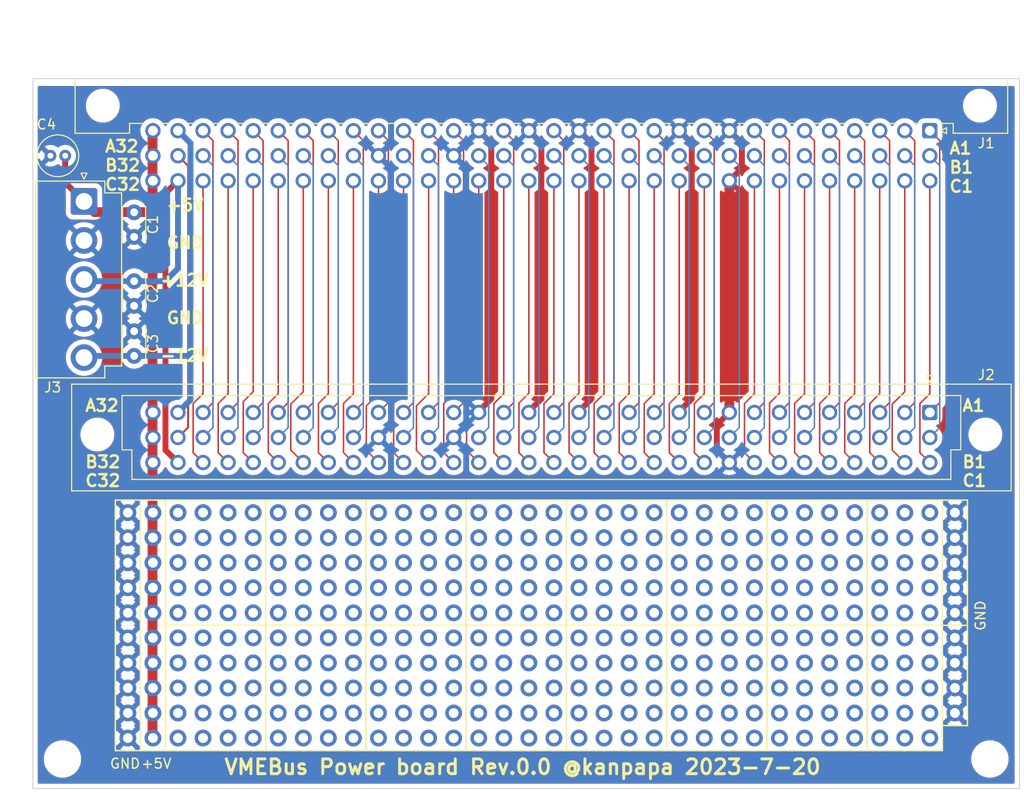
<source format=kicad_pcb>
(kicad_pcb (version 20221018) (generator pcbnew)
  (title_block (title "VMEbus Prototype board") (date "2023-07-20") (rev "0.0") (company "kanpapa.com") (comment 1 "for DVME CPU2 CP-010"))
  (layers (0 "F.Cu" signal) (31 "B.Cu" signal) (34 "B.Paste" user) (35 "F.Paste" user) (36 "B.SilkS" user "B.Silkscreen") (37 "F.SilkS" user "F.Silkscreen") (38 "B.Mask" user) (39 "F.Mask" user) (44 "Edge.Cuts" user))
  (net 0 "")
  (net 1 "Net-(J1A-Pin_a1)")
  (net 2 "Net-(J1A-Pin_a2)")
  (net 3 "Net-(J1A-Pin_a3)")
  (net 4 "Net-(J1A-Pin_a4)")
  (net 5 "Net-(J1A-Pin_a5)")
  (net 6 "Net-(J1A-Pin_a6)")
  (net 7 "Net-(J1A-Pin_a7)")
  (net 8 "Net-(J1A-Pin_a8)")
  (net 9 "GND")
  (net 10 "Net-(J1A-Pin_a10)")
  (net 11 "-12V")
  (net 12 "Net-(J1A-Pin_a12)")
  (net 13 "Net-(J1A-Pin_a13)")
  (net 14 "Net-(J1A-Pin_a14)")
  (net 15 "+5V")
  (net 16 "Net-(J1A-Pin_a16)")
  (net 17 "+12V")
  (net 18 "Net-(J1A-Pin_a18)")
  (net 19 "Net-(J1A-Pin_a20)")
  (net 20 "Net-(J1A-Pin_a21)")
  (net 21 "Net-(J1A-Pin_a22)")
  (net 22 "Net-(J1A-Pin_a23)")
  (net 23 "Net-(J1A-Pin_a24)")
  (net 24 "Net-(J1A-Pin_a25)")
  (net 25 "Net-(J1A-Pin_a26)")
  (net 26 "Net-(J1A-Pin_a27)")
  (net 27 "Net-(J1A-Pin_a28)")
  (net 28 "Net-(J1A-Pin_a29)")
  (net 29 "Net-(J1A-Pin_a30)")
  (net 30 "Net-(J1B-Pin_b1)")
  (net 31 "Net-(J1B-Pin_b2)")
  (net 32 "Net-(J1B-Pin_b3)")
  (net 33 "Net-(J1B-Pin_b4)")
  (net 34 "Net-(J1B-Pin_b5)")
  (net 35 "Net-(J1B-Pin_b6)")
  (net 36 "Net-(J1B-Pin_b7)")
  (net 37 "Net-(J1B-Pin_b8)")
  (net 38 "Net-(J1B-Pin_b9)")
  (net 39 "Net-(J1B-Pin_b10)")
  (net 40 "Net-(J1B-Pin_b11)")
  (net 41 "Net-(J1B-Pin_b12)")
  (net 42 "Net-(J1B-Pin_b13)")
  (net 43 "Net-(J1B-Pin_b14)")
  (net 44 "Net-(J1B-Pin_b15)")
  (net 45 "Net-(J1B-Pin_b16)")
  (net 46 "Net-(J1B-Pin_b17)")
  (net 47 "Net-(J1B-Pin_b18)")
  (net 48 "Net-(J1B-Pin_b19)")
  (net 49 "Net-(J1B-Pin_b21)")
  (net 50 "Net-(J1B-Pin_b22)")
  (net 51 "Net-(J1B-Pin_b24)")
  (net 52 "Net-(J1B-Pin_b25)")
  (net 53 "Net-(J1B-Pin_b26)")
  (net 54 "Net-(J1B-Pin_b27)")
  (net 55 "Net-(J1B-Pin_b28)")
  (net 56 "Net-(J1B-Pin_b29)")
  (net 57 "Net-(J1B-Pin_b30)")
  (net 58 "Net-(J1B-Pin_b31)")
  (net 59 "Net-(J1C-Pin_c1)")
  (net 60 "Net-(J1C-Pin_c2)")
  (net 61 "Net-(J1C-Pin_c3)")
  (net 62 "Net-(J1C-Pin_c4)")
  (net 63 "Net-(J1C-Pin_c5)")
  (net 64 "Net-(J1C-Pin_c6)")
  (net 65 "Net-(J1C-Pin_c7)")
  (net 66 "Net-(J1C-Pin_c8)")
  (net 67 "Net-(J1C-Pin_c10)")
  (net 68 "Net-(J1C-Pin_c11)")
  (net 69 "Net-(J1C-Pin_c12)")
  (net 70 "Net-(J1C-Pin_c13)")
  (net 71 "Net-(J1C-Pin_c14)")
  (net 72 "Net-(J1C-Pin_c15)")
  (net 73 "Net-(J1C-Pin_c16)")
  (net 74 "Net-(J1C-Pin_c17)")
  (net 75 "Net-(J1C-Pin_c18)")
  (net 76 "Net-(J1C-Pin_c19)")
  (net 77 "Net-(J1C-Pin_c20)")
  (net 78 "Net-(J1C-Pin_c21)")
  (net 79 "Net-(J1C-Pin_c22)")
  (net 80 "Net-(J1C-Pin_c23)")
  (net 81 "Net-(J1C-Pin_c24)")
  (net 82 "Net-(J1C-Pin_c25)")
  (net 83 "Net-(J1C-Pin_c26)")
  (net 84 "Net-(J1C-Pin_c27)")
  (net 85 "Net-(J1C-Pin_c28)")
  (net 86 "Net-(J1C-Pin_c29)")
  (net 87 "Net-(J1C-Pin_c30)")
  (footprint "" (layer "F.Cu") (at 87.63 88.265)
    (fp_text reference "")
    (fp_text value "")
  )
  (footprint "" (layer "F.Cu") (at 115.57 88.265)
    (fp_text reference "")
    (fp_text value "")
  )
  (footprint "" (layer "F.Cu") (at 123.19 108.585)
    (fp_text reference "")
    (fp_text value "")
  )
  (footprint "" (layer "F.Cu") (at 110.49 100.965)
    (fp_text reference "")
    (fp_text value "")
  )
  (footprint "" (layer "F.Cu") (at 95.25 93.345)
    (fp_text reference "")
    (fp_text value "")
  )
  (footprint "" (layer "F.Cu") (at 138.43 95.885)
    (fp_text reference "")
    (fp_text value "")
  )
  (footprint "" (layer "F.Cu") (at 125.73 100.965)
    (fp_text reference "")
    (fp_text value "")
  )
  (footprint "" (layer "F.Cu") (at 161.29 93.345)
    (fp_text reference "")
    (fp_text value "")
  )
  (footprint "" (layer "F.Cu") (at 171.45 93.345)
    (fp_text reference "")
    (fp_text value "")
  )
  (footprint "" (layer "F.Cu") (at 95.25 100.965)
    (fp_text reference "")
    (fp_text value "")
  )
  (footprint "" (layer "F.Cu") (at 113.03 108.585)
    (fp_text reference "")
    (fp_text value "")
  )
  (footprint "" (layer "F.Cu") (at 138.43 108.585)
    (fp_text reference "")
    (fp_text value "")
  )
  (footprint "" (layer "F.Cu") (at 102.87 111.125)
    (fp_text reference "")
    (fp_text value "")
  )
  (footprint "" (layer "F.Cu") (at 102.87 90.805)
    (fp_text reference "")
    (fp_text value "")
  )
  (footprint "" (layer "F.Cu") (at 115.57 98.425)
    (fp_text reference "")
    (fp_text value "")
  )
  (footprint "" (layer "F.Cu") (at 97.79 100.965)
    (fp_text reference "")
    (fp_text value "")
  )
  (footprint "" (layer "F.Cu") (at 171.45 88.265)
    (fp_text reference "")
    (fp_text value "")
  )
  (footprint "" (layer "F.Cu") (at 133.35 90.805)
    (fp_text reference "")
    (fp_text value "")
  )
  (footprint "Capacitor_THT:C_Disc_D3.4mm_W2.1mm_P2.50mm" (layer "F.Cu") (at 88.265 72.37 90)
    (fp_text reference "C3")
    (fp_text value "0.1u")
  )
  (footprint "" (layer "F.Cu") (at 156.21 111.125)
    (fp_text reference "")
    (fp_text value "")
  )
  (footprint "" (layer "F.Cu") (at 90.17 108.585)
    (fp_text reference "")
    (fp_text value "")
  )
  (footprint "" (layer "F.Cu") (at 128.27 106.045)
    (fp_text reference "")
    (fp_text value "")
  )
  (footprint "" (layer "F.Cu") (at 128.27 93.345)
    (fp_text reference "")
    (fp_text value "")
  )
  (footprint "" (layer "F.Cu") (at 148.59 98.425)
    (fp_text reference "")
    (fp_text value "")
  )
  (footprint "" (layer "F.Cu") (at 115.57 93.345)
    (fp_text reference "")
    (fp_text value "")
  )
  (footprint "" (layer "F.Cu") (at 138.43 88.265)
    (fp_text reference "")
    (fp_text value "")
  )
  (footprint "" (layer "F.Cu") (at 168.91 111.125)
    (fp_text reference "")
    (fp_text value "")
  )
  (footprint "" (layer "F.Cu") (at 92.71 93.345)
    (fp_text reference "")
    (fp_text value "")
  )
  (footprint "" (layer "F.Cu") (at 120.65 88.265)
    (fp_text reference "")
    (fp_text value "")
  )
  (footprint "" (layer "F.Cu") (at 140.97 100.965)
    (fp_text reference "")
    (fp_text value "")
  )
  (footprint "" (layer "F.Cu") (at 123.19 88.265)
    (fp_text reference "")
    (fp_text value "")
  )
  (footprint "" (layer "F.Cu") (at 100.33 106.045)
    (fp_text reference "")
    (fp_text value "")
  )
  (footprint "" (layer "F.Cu") (at 135.89 106.045)
    (fp_text reference "")
    (fp_text value "")
  )
  (footprint "" (layer "F.Cu") (at 120.65 90.805)
    (fp_text reference "")
    (fp_text value "")
  )
  (footprint "" (layer "F.Cu") (at 115.57 108.585)
    (fp_text reference "")
    (fp_text value "")
  )
  (footprint "" (layer "F.Cu") (at 97.79 93.345)
    (fp_text reference "")
    (fp_text value "")
  )
  (footprint "" (layer "F.Cu") (at 158.75 111.125)
    (fp_text reference "")
    (fp_text value "")
  )
  (footprint "" (layer "F.Cu") (at 130.81 111.125)
    (fp_text reference "")
    (fp_text value "")
  )
  (footprint "" (layer "F.Cu") (at 168.91 108.585)
    (fp_text reference "")
    (fp_text value "")
  )
  (footprint "" (layer "F.Cu") (at 92.71 98.425)
    (fp_text reference "")
    (fp_text value "")
  )
  (footprint "" (layer "F.Cu") (at 148.59 108.585)
    (fp_text reference "")
    (fp_text value "")
  )
  (footprint "Capacitor_THT:C_Disc_D3.4mm_W2.1mm_P2.50mm" (layer "F.Cu") (at 88.265 57.805 -90)
    (fp_text reference "C1")
    (fp_text value "0.1u")
  )
  (footprint "" (layer "F.Cu") (at 133.35 108.585)
    (fp_text reference "")
    (fp_text value "")
  )
  (footprint "" (layer "F.Cu") (at 140.97 106.045)
    (fp_text reference "")
    (fp_text value "")
  )
  (footprint "" (layer "F.Cu") (at 95.25 88.265)
    (fp_text reference "")
    (fp_text value "")
  )
  (footprint "Connector_DIN:DIN41612_C_3x32_Female_Vertical_THT" (layer "F.Cu") (at 168.91 78.105 -90)
    (fp_text reference "J2")
    (fp_text value "DIN41612_03x32_ABC")
  )
  (footprint "" (layer "F.Cu") (at 130.81 100.965)
    (fp_text reference "")
    (fp_text value "")
  )
  (footprint "" (layer "F.Cu") (at 148.59 90.805)
    (fp_text reference "")
    (fp_text value "")
  )
  (footprint "" (layer "F.Cu") (at 151.13 108.585)
    (fp_text reference "")
    (fp_text value "")
  )
  (footprint "" (layer "F.Cu") (at 166.37 95.885)
    (fp_text reference "")
    (fp_text value "")
  )
  (footprint "" (layer "F.Cu") (at 168.91 93.345)
    (fp_text reference "")
    (fp_text value "")
  )
  (footprint "" (layer "F.Cu") (at 95.25 90.805)
    (fp_text reference "")
    (fp_text value "")
  )
  (footprint "" (layer "F.Cu") (at 151.13 88.265)
    (fp_text reference "")
    (fp_text value "")
  )
  (footprint "" (layer "F.Cu") (at 140.97 88.265)
    (fp_text reference "")
    (fp_text value "")
  )
  (footprint "" (layer "F.Cu") (at 90.17 95.885)
    (fp_text reference "")
    (fp_text value "")
  )
  (footprint "" (layer "F.Cu") (at 115.57 100.965)
    (fp_text reference "")
    (fp_text value "")
  )
  (footprint "" (layer "F.Cu") (at 115.57 103.505)
    (fp_text reference "")
    (fp_text value "")
  )
  (footprint "" (layer "F.Cu") (at 110.49 103.505)
    (fp_text reference "")
    (fp_text value "")
  )
  (footprint "" (layer "F.Cu") (at 148.59 95.885)
    (fp_text reference "")
    (fp_text value "")
  )
  (footprint "" (layer "F.Cu") (at 161.29 108.585)
    (fp_text reference "")
    (fp_text value "")
  )
  (footprint "" (layer "F.Cu") (at 87.63 106.045)
    (fp_text reference "")
    (fp_text value "")
  )
  (footprint "" (layer "F.Cu") (at 125.73 98.425)
    (fp_text reference "")
    (fp_text value "")
  )
  (footprint "" (layer "F.Cu") (at 107.95 88.265)
    (fp_text reference "")
    (fp_text value "")
  )
  (footprint "" (layer "F.Cu") (at 158.75 90.805)
    (fp_text reference "")
    (fp_text value "")
  )
  (footprint "" (layer "F.Cu") (at 102.87 93.345)
    (fp_text reference "")
    (fp_text value "")
  )
  (footprint "Capacitor_THT:C_Radial_D4.0mm_H5.0mm_P1.50mm" (layer "F.Cu") (at 81.28 52.07 180)
    (fp_text reference "C4")
    (fp_text value "33u")
  )
  (footprint "" (layer "F.Cu") (at 113.03 95.885)
    (fp_text reference "")
    (fp_text value "")
  )
  (footprint "" (layer "F.Cu") (at 168.91 106.045)
    (fp_text reference "")
    (fp_text value "")
  )
  (footprint "" (layer "F.Cu") (at 138.43 106.045)
    (fp_text reference "")
    (fp_text value "")
  )
  (footprint "" (layer "F.Cu") (at 153.67 88.265)
    (fp_text reference "")
    (fp_text value "")
  )
  (footprint "" (layer "F.Cu") (at 118.11 100.965)
    (fp_text reference "")
    (fp_text value "")
  )
  (footprint "" (layer "F.Cu") (at 92.71 106.045)
    (fp_text reference "")
    (fp_text value "")
  )
  (footprint "" (layer "F.Cu") (at 123.19 111.125)
    (fp_text reference "")
    (fp_text value "")
  )
  (footprint "" (layer "F.Cu") (at 120.65 95.885)
    (fp_text reference "")
    (fp_text value "")
  )
  (footprint "" (layer "F.Cu") (at 156.21 106.045)
    (fp_text reference "")
    (fp_text value "")
  )
  (footprint "" (layer "F.Cu") (at 97.79 106.045)
    (fp_text reference "")
    (fp_text value "")
  )
  (footprint "" (layer "F.Cu") (at 95.25 95.885)
    (fp_text reference "")
    (fp_text value "")
  )
  (footprint "" (layer "F.Cu") (at 118.11 93.345)
    (fp_text reference "")
    (fp_text value "")
  )
  (footprint "" (layer "F.Cu") (at 133.35 95.885)
    (fp_text reference "")
    (fp_text value "")
  )
  (footprint "" (layer "F.Cu") (at 140.97 90.805)
    (fp_text reference "")
    (fp_text value "")
  )
  (footprint "" (layer "F.Cu") (at 130.81 108.585)
    (fp_text reference "")
    (fp_text value "")
  )
  (footprint "" (layer "F.Cu") (at 107.95 106.045)
    (fp_text reference "")
    (fp_text value "")
  )
  (footprint "" (layer "F.Cu") (at 130.81 103.505)
    (fp_text reference "")
    (fp_text value "")
  )
  (footprint "" (layer "F.Cu") (at 90.17 93.345)
    (fp_text reference "")
    (fp_text value "")
  )
  (footprint "" (layer "F.Cu") (at 118.11 90.805)
    (fp_text reference "")
    (fp_text value "")
  )
  (footprint "" (layer "F.Cu") (at 153.67 111.125)
    (fp_text reference "")
    (fp_text value "")
  )
  (footprint "" (layer "F.Cu") (at 100.33 98.425)
    (fp_text reference "")
    (fp_text value "")
  )
  (footprint "" (layer "F.Cu") (at 102.87 106.045)
    (fp_text reference "")
    (fp_text value "")
  )
  (footprint "" (layer "F.Cu") (at 143.51 90.805)
    (fp_text reference "")
    (fp_text value "")
  )
  (footprint "" (layer "F.Cu") (at 87.63 95.885)
    (fp_text reference "")
    (fp_text value "")
  )
  (footprint "" (layer "F.Cu") (at 163.83 111.125)
    (fp_text reference "")
    (fp_text value "")
  )
  (footprint "" (layer "F.Cu") (at 143.51 98.425)
    (fp_text reference "")
    (fp_text value "")
  )
  (footprint "" (layer "F.Cu") (at 156.21 95.885)
    (fp_text reference "")
    (fp_text value "")
  )
  (footprint "" (layer "F.Cu") (at 153.67 98.425)
    (fp_text reference "")
    (fp_text value "")
  )
  (footprint "" (layer "F.Cu") (at 161.29 90.805)
    (fp_text reference "")
    (fp_text value "")
  )
  (footprint "" (layer "F.Cu") (at 105.41 108.585)
    (fp_text reference "")
    (fp_text value "")
  )
  (footprint "" (layer "F.Cu") (at 156.21 108.585)
    (fp_text reference "")
    (fp_text value "")
  )
  (footprint "" (layer "F.Cu") (at 171.45 108.585)
    (fp_text reference "")
    (fp_text value "")
  )
  (footprint "" (layer "F.Cu") (at 120.65 106.045)
    (fp_text reference "")
    (fp_text value "")
  )
  (footprint "" (layer "F.Cu") (at 153.67 106.045)
    (fp_text reference "")
    (fp_text value "")
  )
  (footprint "" (layer "F.Cu") (at 135.89 90.805)
    (fp_text reference "")
    (fp_text value "")
  )
  (footprint "" (layer "F.Cu") (at 148.59 93.345)
    (fp_text reference "")
    (fp_text value "")
  )
  (footprint "" (layer "F.Cu") (at 87.63 98.425)
    (fp_text reference "")
    (fp_text value "")
  )
  (footprint "" (layer "F.Cu") (at 135.89 93.345)
    (fp_text reference "")
    (fp_text value "")
  )
  (footprint "" (layer "F.Cu") (at 130.81 98.425)
    (fp_text reference "")
    (fp_text value "")
  )
  (footprint "" (layer "F.Cu") (at 87.63 103.505)
    (fp_text reference "")
    (fp_text value "")
  )
  (footprint "" (layer "F.Cu") (at 123.19 100.965)
    (fp_text reference "")
    (fp_text value "")
  )
  (footprint "" (layer "F.Cu") (at 90.17 88.265)
    (fp_text reference "")
    (fp_text value "")
  )
  (footprint "" (layer "F.Cu") (at 97.79 95.885)
    (fp_text reference "")
    (fp_text value "")
  )
  (footprint "" (layer "F.Cu") (at 107.95 93.345)
    (fp_text reference "")
    (fp_text value "")
  )
  (footprint "" (layer "F.Cu") (at 135.89 103.505)
    (fp_text reference "")
    (fp_text value "")
  )
  (footprint "" (layer "F.Cu") (at 87.63 111.125)
    (fp_text reference "")
    (fp_text value "")
  )
  (footprint "" (layer "F.Cu") (at 113.03 100.965)
    (fp_text reference "")
    (fp_text value "")
  )
  (footprint "" (layer "F.Cu") (at 125.73 95.885)
    (fp_text reference "")
    (fp_text value "")
  )
  (footprint "" (layer "F.Cu") (at 125.73 108.585)
    (fp_text reference "")
    (fp_text value "")
  )
  (footprint "" (layer "F.Cu") (at 156.21 88.265)
    (fp_text reference "")
    (fp_text value "")
  )
  (footprint "" (layer "F.Cu") (at 161.29 88.265)
    (fp_text reference "")
    (fp_text value "")
  )
  (footprint "" (layer "F.Cu") (at 113.03 88.265)
    (fp_text reference "")
    (fp_text value "")
  )
  (footprint "" (layer "F.Cu") (at 92.71 90.805)
    (fp_text reference "")
    (fp_text value "")
  )
  (footprint "" (layer "F.Cu") (at 97.79 108.585)
    (fp_text reference "")
    (fp_text value "")
  )
  (footprint "" (layer "F.Cu") (at 171.45 95.885)
    (fp_text reference "")
    (fp_text value "")
  )
  (footprint "" (layer "F.Cu") (at 148.59 111.125)
    (fp_text reference "")
    (fp_text value "")
  )
  (footprint "" (layer "F.Cu") (at 153.67 93.345)
    (fp_text reference "")
    (fp_text value "")
  )
  (footprint "MountingHole:MountingHole_3.2mm_M3" (layer "F.Cu") (at 175 113.25)
    (fp_text reference "MH2" hide)
    (fp_text value "MountingHole_3.2mm_M3" hide)
  )
  (footprint "" (layer "F.Cu") (at 110.49 106.045)
    (fp_text reference "")
    (fp_text value "")
  )
  (footprint "" (layer "F.Cu") (at 118.11 95.885)
    (fp_text reference "")
    (fp_text value "")
  )
  (footprint "" (layer "F.Cu") (at 90.17 106.045)
    (fp_text reference "")
    (fp_text value "")
  )
  (footprint "" (layer "F.Cu") (at 97.79 88.265)
    (fp_text reference "")
    (fp_text value "")
  )
  (footprint "" (layer "F.Cu") (at 138.43 100.965)
    (fp_text reference "")
    (fp_text value "")
  )
  (footprint "" (layer "F.Cu") (at 118.11 98.425)
    (fp_text reference "")
    (fp_text value "")
  )
  (footprint "" (layer "F.Cu") (at 105.41 111.125)
    (fp_text reference "")
    (fp_text value "")
  )
  (footprint "" (layer "F.Cu") (at 140.97 95.885)
    (fp_text reference "")
    (fp_text value "")
  )
  (footprint "" (layer "F.Cu") (at 143.51 95.885)
    (fp_text reference "")
    (fp_text value "")
  )
  (footprint "" (layer "F.Cu") (at 118.11 106.045)
    (fp_text reference "")
    (fp_text value "")
  )
  (footprint "" (layer "F.Cu") (at 153.67 103.505)
    (fp_text reference "")
    (fp_text value "")
  )
  (footprint "" (layer "F.Cu") (at 115.57 111.125)
    (fp_text reference "")
    (fp_text value "")
  )
  (footprint "" (layer "F.Cu") (at 105.41 103.505)
    (fp_text reference "")
    (fp_text value "")
  )
  (footprint "" (layer "F.Cu") (at 125.73 103.505)
    (fp_text reference "")
    (fp_text value "")
  )
  (footprint "" (layer "F.Cu") (at 166.37 108.585)
    (fp_text reference "")
    (fp_text value "")
  )
  (footprint "" (layer "F.Cu") (at 133.35 93.345)
    (fp_text reference "")
    (fp_text value "")
  )
  (footprint "" (layer "F.Cu") (at 140.97 108.585)
    (fp_text reference "")
    (fp_text value "")
  )
  (footprint "" (layer "F.Cu") (at 105.41 93.345)
    (fp_text reference "")
    (fp_text value "")
  )
  (footprint "" (layer "F.Cu") (at 113.03 103.505)
    (fp_text reference "")
    (fp_text value "")
  )
  (footprint "" (layer "F.Cu") (at 153.67 108.585)
    (fp_text reference "")
    (fp_text value "")
  )
  (footprint "" (layer "F.Cu") (at 166.37 98.425)
    (fp_text reference "")
    (fp_text value "")
  )
  (footprint "" (layer "F.Cu") (at 113.03 106.045)
    (fp_text reference "")
    (fp_text value "")
  )
  (footprint "" (layer "F.Cu") (at 156.21 103.505)
    (fp_text reference "")
    (fp_text value "")
  )
  (footprint "" (layer "F.Cu") (at 146.05 111.125)
    (fp_text reference "")
    (fp_text value "")
  )
  (footprint "" (layer "F.Cu") (at 107.95 98.425)
    (fp_text reference "")
    (fp_text value "")
  )
  (footprint "" (layer "F.Cu") (at 120.65 93.345)
    (fp_text reference "")
    (fp_text value "")
  )
  (footprint "" (layer "F.Cu") (at 90.17 90.805)
    (fp_text reference "")
    (fp_text value "")
  )
  (footprint "" (layer "F.Cu") (at 125.73 90.805)
    (fp_text reference "")
    (fp_text value "")
  )
  (footprint "" (layer "F.Cu") (at 153.67 90.805)
    (fp_text reference "")
    (fp_text value "")
  )
  (footprint "" (layer "F.Cu") (at 102.87 98.425)
    (fp_text reference "")
    (fp_text value "")
  )
  (footprint "" (layer "F.Cu") (at 158.75 100.965)
    (fp_text reference "")
    (fp_text value "")
  )
  (footprint "" (layer "F.Cu") (at 90.17 103.505)
    (fp_text reference "")
    (fp_text value "")
  )
  (footprint "" (layer "F.Cu") (at 102.87 108.585)
    (fp_text reference "")
    (fp_text value "")
  )
  (footprint "" (layer "F.Cu") (at 113.03 98.425)
    (fp_text reference "")
    (fp_text value "")
  )
  (footprint "" (layer "F.Cu") (at 135.89 98.425)
    (fp_text reference "")
    (fp_text value "")
  )
  (footprint "" (layer "F.Cu") (at 146.05 95.885)
    (fp_text reference "")
    (fp_text value "")
  )
  (footprint "" (layer "F.Cu") (at 163.83 108.585)
    (fp_text reference "")
    (fp_text value "")
  )
  (footprint "" (layer "F.Cu") (at 148.59 88.265)
    (fp_text reference "")
    (fp_text value "")
  )
  (footprint "" (layer "F.Cu") (at 143.51 88.265)
    (fp_text reference "")
    (fp_text value "")
  )
  (footprint "" (layer "F.Cu") (at 166.37 90.805)
    (fp_text reference "")
    (fp_text value "")
  )
  (footprint "" (layer "F.Cu") (at 158.75 106.045)
    (fp_text reference "")
    (fp_text value "")
  )
  (footprint "" (layer "F.Cu") (at 102.87 103.505)
    (fp_text reference "")
    (fp_text value "")
  )
  (footprint "" (layer "F.Cu") (at 151.13 90.805)
    (fp_text reference "")
    (fp_text value "")
  )
  (footprint "" (layer "F.Cu") (at 133.35 106.045)
    (fp_text reference "")
    (fp_text value "")
  )
  (footprint "" (layer "F.Cu") (at 146.05 90.805)
    (fp_text reference "")
    (fp_text value "")
  )
  (footprint "" (layer "F.Cu") (at 128.27 103.505)
    (fp_text reference "")
    (fp_text value "")
  )
  (footprint "" (layer "F.Cu") (at 146.05 88.265)
    (fp_text reference "")
    (fp_text value "")
  )
  (footprint "" (layer "F.Cu") (at 146.05 103.505)
    (fp_text reference "")
    (fp_text value "")
  )
  (footprint "" (layer "F.Cu") (at 163.83 106.045)
    (fp_text reference "")
    (fp_text value "")
  )
  (footprint "" (layer "F.Cu") (at 87.63 108.585)
    (fp_text reference "")
    (fp_text value "")
  )
  (footprint "" (layer "F.Cu") (at 100.33 90.805)
    (fp_text reference "")
    (fp_text value "")
  )
  (footprint "Connector_JST:JST_VH_B5P-VH_1x05_P3.96mm_Vertical" (layer "F.Cu") (at 83.185 56.7 -90)
    (fp_text reference "J3")
    (fp_text value "Conn_01x05")
  )
  (footprint "" (layer "F.Cu") (at 120.65 100.965)
    (fp_text reference "")
    (fp_text value "")
  )
  (footprint "" (layer "F.Cu") (at 97.79 111.125)
    (fp_text reference "")
    (fp_text value "")
  )
  (footprint "" (layer "F.Cu") (at 105.41 95.885)
    (fp_text reference "")
    (fp_text value "")
  )
  (footprint "" (layer "F.Cu") (at 118.11 111.125)
    (fp_text reference "")
    (fp_text value "")
  )
  (footprint "" (layer "F.Cu") (at 113.03 111.125)
    (fp_text reference "")
    (fp_text value "")
  )
  (footprint "" (layer "F.Cu") (at 125.73 106.045)
    (fp_text reference "")
    (fp_text value "")
  )
  (footprint "" (layer "F.Cu") (at 146.05 93.345)
    (fp_text reference "")
    (fp_text value "")
  )
  (footprint "" (layer "F.Cu") (at 140.97 93.345)
    (fp_text reference "")
    (fp_text value "")
  )
  (footprint "" (layer "F.Cu") (at 102.87 88.265)
    (fp_text reference "")
    (fp_text value "")
  )
  (footprint "" (layer "F.Cu") (at 100.33 95.885)
    (fp_text reference "")
    (fp_text value "")
  )
  (footprint "" (layer "F.Cu") (at 128.27 88.265)
    (fp_text reference "")
    (fp_text value "")
  )
  (footprint "" (layer "F.Cu") (at 135.89 111.125)
    (fp_text reference "")
    (fp_text value "")
  )
  (footprint "" (layer "F.Cu") (at 125.73 93.345)
    (fp_text reference "")
    (fp_text value "")
  )
  (footprint "" (layer "F.Cu") (at 138.43 98.425)
    (fp_text reference "")
    (fp_text value "")
  )
  (footprint "" (layer "F.Cu") (at 92.71 111.125)
    (fp_text reference "")
    (fp_text value "")
  )
  (footprint "" (layer "F.Cu") (at 163.83 103.505)
    (fp_text reference "")
    (fp_text value "")
  )
  (footprint "" (layer "F.Cu") (at 120.65 111.125)
    (fp_text reference "")
    (fp_text value "")
  )
  (footprint "" (layer "F.Cu") (at 163.83 90.805)
    (fp_text reference "")
    (fp_text value "")
  )
  (footprint "" (layer "F.Cu") (at 123.19 106.045)
    (fp_text reference "")
    (fp_text value "")
  )
  (footprint "" (layer "F.Cu") (at 153.67 100.965)
    (fp_text reference "")
    (fp_text value "")
  )
  (footprint "" (layer "F.Cu") (at 130.81 88.265)
    (fp_text reference "")
    (fp_text value "")
  )
  (footprint "" (layer "F.Cu") (at 163.83 88.265)
    (fp_text reference "")
    (fp_text value "")
  )
  (footprint "" (layer "F.Cu") (at 120.65 98.425)
    (fp_text reference "")
    (fp_text value "")
  )
  (footprint "" (layer "F.Cu") (at 90.17 98.425)
    (fp_text reference "")
    (fp_text value "")
  )
  (footprint "" (layer "F.Cu") (at 102.87 95.885)
    (fp_text reference "")
    (fp_text value "")
  )
  (footprint "" (layer "F.Cu") (at 135.89 108.585)
    (fp_text reference "")
    (fp_text value "")
  )
  (footprint "" (layer "F.Cu") (at 168.91 98.425)
    (fp_text reference "")
    (fp_text value "")
  )
  (footprint "" (layer "F.Cu") (at 133.35 98.425)
    (fp_text reference "")
    (fp_text value "")
  )
  (footprint "" (layer "F.Cu") (at 148.59 100.965)
    (fp_text reference "")
    (fp_text value "")
  )
  (footprint "" (layer "F.Cu") (at 130.81 95.885)
    (fp_text reference "")
    (fp_text value "")
  )
  (footprint "" (layer "F.Cu") (at 156.21 93.345)
    (fp_text reference "")
    (fp_text value "")
  )
  (footprint "" (layer "F.Cu") (at 105.41 98.425)
    (fp_text reference "")
    (fp_text value "")
  )
  (footprint "" (layer "F.Cu") (at 123.19 90.805)
    (fp_text reference "")
    (fp_text value "")
  )
  (footprint "" (layer "F.Cu") (at 138.43 103.505)
    (fp_text reference "")
    (fp_text value "")
  )
  (footprint "" (layer "F.Cu") (at 120.65 108.585)
    (fp_text reference "")
    (fp_text value "")
  )
  (footprint "" (layer "F.Cu") (at 102.87 100.965)
    (fp_text reference "")
    (fp_text value "")
  )
  (footprint "" (layer "F.Cu") (at 148.59 106.045)
    (fp_text reference "")
    (fp_text value "")
  )
  (footprint "" (layer "F.Cu") (at 100.33 88.265)
    (fp_text reference "")
    (fp_text value "")
  )
  (footprint "" (layer "F.Cu") (at 128.27 95.885)
    (fp_text reference "")
    (fp_text value "")
  )
  (footprint "" (layer "F.Cu") (at 151.13 103.505)
    (fp_text reference "")
    (fp_text value "")
  )
  (footprint "" (layer "F.Cu") (at 113.03 90.805)
    (fp_text reference "")
    (fp_text value "")
  )
  (footprint "" (layer "F.Cu") (at 166.37 106.045)
    (fp_text reference "")
    (fp_text value "")
  )
  (footprint "MountingHole:MountingHole_3.2mm_M3" (layer "F.Cu") (at 81 113.25)
    (fp_text reference "MH1" hide)
    (fp_text value "MountingHole_3.2mm_M3" hide)
  )
  (footprint "" (layer "F.Cu") (at 118.11 108.585)
    (fp_text reference "")
    (fp_text value "")
  )
  (footprint "" (layer "F.Cu") (at 168.91 95.885)
    (fp_text reference "")
    (fp_text value "")
  )
  (footprint "" (layer "F.Cu") (at 146.05 100.965)
    (fp_text reference "")
    (fp_text value "")
  )
  (footprint "" (layer "F.Cu") (at 118.11 103.505)
    (fp_text reference "")
    (fp_text value "")
  )
  (footprint "" (layer "F.Cu") (at 146.05 98.425)
    (fp_text reference "")
    (fp_text value "")
  )
  (footprint "" (layer "F.Cu") (at 95.25 108.585)
    (fp_text reference "")
    (fp_text value "")
  )
  (footprint "" (layer "F.Cu") (at 107.95 103.505)
    (fp_text reference "")
    (fp_text value "")
  )
  (footprint "" (layer "F.Cu") (at 161.29 98.425)
    (fp_text reference "")
    (fp_text value "")
  )
  (footprint "" (layer "F.Cu") (at 133.35 103.505)
    (fp_text reference "")
    (fp_text value "")
  )
  (footprint "" (layer "F.Cu") (at 130.81 93.345)
    (fp_text reference "")
    (fp_text value "")
  )
  (footprint "" (layer "F.Cu") (at 140.97 103.505)
    (fp_text reference "")
    (fp_text value "")
  )
  (footprint "" (layer "F.Cu") (at 130.81 106.045)
    (fp_text reference "")
    (fp_text value "")
  )
  (footprint "" (layer "F.Cu") (at 135.89 88.265)
    (fp_text reference "")
    (fp_text value "")
  )
  (footprint "" (layer "F.Cu") (at 158.75 95.885)
    (fp_text reference "")
    (fp_text value "")
  )
  (footprint "" (layer "F.Cu") (at 95.25 111.125)
    (fp_text reference "")
    (fp_text value "")
  )
  (footprint "" (layer "F.Cu") (at 123.19 95.885)
    (fp_text reference "")
    (fp_text value "")
  )
  (footprint "" (layer "F.Cu") (at 128.27 111.125)
    (fp_text reference "")
    (fp_text value "")
  )
  (footprint "" (layer "F.Cu") (at 168.91 88.265)
    (fp_text reference "")
    (fp_text value "")
  )
  (footprint "" (layer "F.Cu") (at 115.57 90.805)
    (fp_text reference "")
    (fp_text value "")
  )
  (footprint "" (layer "F.Cu") (at 107.95 95.885)
    (fp_text reference "")
    (fp_text value "")
  )
  (footprint "" (layer "F.Cu") (at 151.13 111.125)
    (fp_text reference "")
    (fp_text value "")
  )
  (footprint "" (layer "F.Cu") (at 151.13 95.885)
    (fp_text reference "")
    (fp_text value "")
  )
  (footprint "" (layer "F.Cu") (at 120.65 103.505)
    (fp_text reference "")
    (fp_text value "")
  )
  (footprint "" (layer "F.Cu") (at 107.95 108.585)
    (fp_text reference "")
    (fp_text value "")
  )
  (footprint "" (layer "F.Cu") (at 110.49 95.885)
    (fp_text reference "")
    (fp_text value "")
  )
  (footprint "" (layer "F.Cu") (at 110.49 108.585)
    (fp_text reference "")
    (fp_text value "")
  )
  (footprint "" (layer "F.Cu") (at 97.79 90.805)
    (fp_text reference "")
    (fp_text value "")
  )
  (footprint "" (layer "F.Cu") (at 163.83 93.345)
    (fp_text reference "")
    (fp_text value "")
  )
  (footprint "" (layer "F.Cu") (at 168.91 103.505)
    (fp_text reference "")
    (fp_text value "")
  )
  (footprint "" (layer "F.Cu") (at 92.71 108.585)
    (fp_text reference "")
    (fp_text value "")
  )
  (footprint "" (layer "F.Cu") (at 148.59 103.505)
    (fp_text reference "")
    (fp_text value "")
  )
  (footprint "" (layer "F.Cu") (at 133.35 111.125)
    (fp_text reference "")
    (fp_text value "")
  )
  (footprint "" (layer "F.Cu") (at 123.19 93.345)
    (fp_text reference "")
    (fp_text value "")
  )
  (footprint "" (layer "F.Cu") (at 138.43 111.125)
    (fp_text reference "")
    (fp_text value "")
  )
  (footprint "" (layer "F.Cu") (at 105.41 88.265)
    (fp_text reference "")
    (fp_text value "")
  )
  (footprint "" (layer "F.Cu") (at 143.51 103.505)
    (fp_text reference "")
    (fp_text value "")
  )
  (footprint "" (layer "F.Cu") (at 92.71 100.965)
    (fp_text reference "")
    (fp_text value "")
  )
  (footprint "" (layer "F.Cu") (at 87.63 90.805)
    (fp_text reference "")
    (fp_text value "")
  )
  (footprint "" (layer "F.Cu") (at 110.49 111.125)
    (fp_text reference "")
    (fp_text value "")
  )
  (footprint "" (layer "F.Cu") (at 161.29 100.965)
    (fp_text reference "")
    (fp_text value "")
  )
  (footprint "" (layer "F.Cu") (at 171.45 103.505)
    (fp_text reference "")
    (fp_text value "")
  )
  (footprint "" (layer "F.Cu") (at 110.49 88.265)
    (fp_text reference "")
    (fp_text value "")
  )
  (footprint "" (layer "F.Cu") (at 128.27 108.585)
    (fp_text reference "")
    (fp_text value "")
  )
  (footprint "" (layer "F.Cu") (at 123.19 103.505)
    (fp_text reference "")
    (fp_text value "")
  )
  (footprint "" (layer "F.Cu") (at 166.37 111.125)
    (fp_text reference "")
    (fp_text value "")
  )
  (footprint "" (layer "F.Cu") (at 123.19 98.425)
    (fp_text reference "")
    (fp_text value "")
  )
  (footprint "" (layer "F.Cu") (at 125.73 88.265)
    (fp_text reference "")
    (fp_text value "")
  )
  (footprint "" (layer "F.Cu") (at 158.75 108.585)
    (fp_text reference "")
    (fp_text value "")
  )
  (footprint "" (layer "F.Cu") (at 156.21 90.805)
    (fp_text reference "")
    (fp_text value "")
  )
  (footprint "" (layer "F.Cu") (at 158.75 88.265)
    (fp_text reference "")
    (fp_text value "")
  )
  (footprint "" (layer "F.Cu") (at 166.37 100.965)
    (fp_text reference "")
    (fp_text value "")
  )
  (footprint "" (layer "F.Cu") (at 130.81 90.805)
    (fp_text reference "")
    (fp_text value "")
  )
  (footprint "" (layer "F.Cu") (at 161.29 95.885)
    (fp_text reference "")
    (fp_text value "")
  )
  (footprint "" (layer "F.Cu") (at 125.73 111.125)
    (fp_text reference "")
    (fp_text value "")
  )
  (footprint "" (layer "F.Cu") (at 110.49 90.805)
    (fp_text reference "")
    (fp_text value "")
  )
  (footprint "" (layer "F.Cu") (at 100.33 100.965)
    (fp_text reference "")
    (fp_text value "")
  )
  (footprint "" (layer "F.Cu") (at 92.71 88.265)
    (fp_text reference "")
    (fp_text value "")
  )
  (footprint "" (layer "F.Cu") (at 168.91 100.965)
    (fp_text reference "")
    (fp_text value "")
  )
  (footprint "" (layer "F.Cu") (at 140.97 98.425)
    (fp_text reference "")
    (fp_text value "")
  )
  (footprint "" (layer "F.Cu") (at 92.71 103.505)
    (fp_text reference "")
    (fp_text value "")
  )
  (footprint "" (layer "F.Cu") (at 115.57 95.885)
    (fp_text reference "")
    (fp_text value "")
  )
  (footprint "" (layer "F.Cu") (at 158.75 93.345)
    (fp_text reference "")
    (fp_text value "")
  )
  (footprint "" (layer "F.Cu") (at 90.17 111.125)
    (fp_text reference "")
    (fp_text value "")
  )
  (footprint "" (layer "F.Cu") (at 107.95 100.965)
    (fp_text reference "")
    (fp_text value "")
  )
  (footprint "" (layer "F.Cu") (at 128.27 100.965)
    (fp_text reference "")
    (fp_text value "")
  )
  (footprint "" (layer "F.Cu") (at 161.29 111.125)
    (fp_text reference "")
    (fp_text value "")
  )
  (footprint "" (layer "F.Cu") (at 161.29 106.045)
    (fp_text reference "")
    (fp_text value "")
  )
  (footprint "" (layer "F.Cu") (at 95.25 98.425)
    (fp_text reference "")
    (fp_text value "")
  )
  (footprint "" (layer "F.Cu") (at 143.51 93.345)
    (fp_text reference "")
    (fp_text value "")
  )
  (footprint "Connector_DIN:DIN41612_C_3x32_Male_Horizontal_THT" (layer "F.Cu") (at 90.17 49.53)
    (fp_text reference "J1")
    (fp_text value "DIN41612_03x32_ABC")
  )
  (footprint "" (layer "F.Cu") (at 156.21 100.965)
    (fp_text reference "")
    (fp_text value "")
  )
  (footprint "" (layer "F.Cu") (at 138.43 93.345)
    (fp_text reference "")
    (fp_text value "")
  )
  (footprint "" (layer "F.Cu") (at 166.37 103.505)
    (fp_text reference "")
    (fp_text value "")
  )
  (footprint "" (layer "F.Cu") (at 143.51 100.965)
    (fp_text reference "")
    (fp_text value "")
  )
  (footprint "" (layer "F.Cu") (at 105.41 100.965)
    (fp_text reference "")
    (fp_text value "")
  )
  (footprint "" (layer "F.Cu") (at 118.11 88.265)
    (fp_text reference "")
    (fp_text value "")
  )
  (footprint "" (layer "F.Cu") (at 100.33 111.125)
    (fp_text reference "")
    (fp_text value "")
  )
  (footprint "" (layer "F.Cu") (at 113.03 93.345)
    (fp_text reference "")
    (fp_text value "")
  )
  (footprint "" (layer "F.Cu") (at 95.25 103.505)
    (fp_text reference "")
    (fp_text value "")
  )
  (footprint "" (layer "F.Cu") (at 143.51 106.045)
    (fp_text reference "")
    (fp_text value "")
  )
  (footprint "" (layer "F.Cu") (at 92.71 95.885)
    (fp_text reference "")
    (fp_text value "")
  )
  (footprint "" (layer "F.Cu") (at 95.25 106.045)
    (fp_text reference "")
    (fp_text value "")
  )
  (footprint "" (layer "F.Cu") (at 110.49 98.425)
    (fp_text reference "")
    (fp_text value "")
  )
  (footprint "" (layer "F.Cu") (at 110.49 93.345)
    (fp_text reference "")
    (fp_text value "")
  )
  (footprint "" (layer "F.Cu") (at 166.37 93.345)
    (fp_text reference "")
    (fp_text value "")
  )
  (footprint "" (layer "F.Cu") (at 166.37 88.265)
    (fp_text reference "")
    (fp_text value "")
  )
  (footprint "" (layer "F.Cu") (at 107.95 111.125)
    (fp_text reference "")
    (fp_text value "")
  )
  (footprint "" (layer "F.Cu") (at 135.89 100.965)
    (fp_text reference "")
    (fp_text value "")
  )
  (footprint "" (layer "F.Cu") (at 135.89 95.885)
    (fp_text reference "")
    (fp_text value "")
  )
  (footprint "" (layer "F.Cu") (at 158.75 98.425)
    (fp_text reference "")
    (fp_text value "")
  )
  (footprint "" (layer "F.Cu") (at 146.05 106.045)
    (fp_text reference "")
    (fp_text value "")
  )
  (footprint "" (layer "F.Cu") (at 171.45 100.965)
    (fp_text reference "")
    (fp_text value "")
  )
  (footprint "" (layer "F.Cu") (at 161.29 103.505)
    (fp_text reference "")
    (fp_text value "")
  )
  (footprint "" (layer "F.Cu") (at 90.17 100.965)
    (fp_text reference "")
    (fp_text value "")
  )
  (footprint "" (layer "F.Cu") (at 151.13 93.345)
    (fp_text reference "")
    (fp_text value "")
  )
  (footprint "Capacitor_THT:C_Disc_D3.4mm_W2.1mm_P2.50mm" (layer "F.Cu") (at 88.265 64.79 -90)
    (fp_text reference "C2")
    (fp_text value "0.1u")
  )
  (footprint "" (layer "F.Cu") (at 100.33 103.505)
    (fp_text reference "")
    (fp_text value "")
  )
  (footprint "" (layer "F.Cu") (at 151.13 100.965)
    (fp_text reference "")
    (fp_text value "")
  )
  (footprint "" (layer "F.Cu") (at 107.95 90.805)
    (fp_text reference "")
    (fp_text value "")
  )
  (footprint "" (layer "F.Cu") (at 156.21 98.425)
    (fp_text reference "")
    (fp_text value "")
  )
  (footprint "" (layer "F.Cu") (at 133.35 100.965)
    (fp_text reference "")
    (fp_text value "")
  )
  (footprint "" (layer "F.Cu") (at 143.51 111.125)
    (fp_text reference "")
    (fp_text value "")
  )
  (footprint "" (layer "F.Cu") (at 163.83 98.425)
    (fp_text reference "")
    (fp_text value "")
  )
  (footprint "" (layer "F.Cu") (at 87.63 100.965)
    (fp_text reference "")
    (fp_text value "")
  )
  (footprint "" (layer "F.Cu") (at 97.79 98.425)
    (fp_text reference "")
    (fp_text value "")
  )
  (footprint "" (layer "F.Cu") (at 140.97 111.125)
    (fp_text reference "")
    (fp_text value "")
  )
  (footprint "" (layer "F.Cu") (at 171.45 98.425)
    (fp_text reference "")
    (fp_text value "")
  )
  (footprint "" (layer "F.Cu") (at 163.83 95.885)
    (fp_text reference "")
    (fp_text value "")
  )
  (footprint "" (layer "F.Cu") (at 105.41 90.805)
    (fp_text reference "")
    (fp_text value "")
  )
  (footprint "" (layer "F.Cu") (at 143.51 108.585)
    (fp_text reference "")
    (fp_text value "")
  )
  (footprint "" (layer "F.Cu") (at 87.63 93.345)
    (fp_text reference "")
    (fp_text value "")
  )
  (footprint "" (layer "F.Cu") (at 151.13 98.425)
    (fp_text reference "")
    (fp_text value "")
  )
  (footprint "" (layer "F.Cu") (at 133.35 88.265)
    (fp_text reference "")
    (fp_text value "")
  )
  (footprint "" (layer "F.Cu") (at 171.45 90.805)
    (fp_text reference "")
    (fp_text value "")
  )
  (footprint "" (layer "F.Cu") (at 158.75 103.505)
    (fp_text reference "")
    (fp_text value "")
  )
  (footprint "" (layer "F.Cu") (at 153.67 95.885)
    (fp_text reference "")
    (fp_text value "")
  )
  (footprint "" (layer "F.Cu") (at 151.13 106.045)
    (fp_text reference "")
    (fp_text value "")
  )
  (footprint "" (layer "F.Cu") (at 168.91 90.805)
    (fp_text reference "")
    (fp_text value "")
  )
  (footprint "" (layer "F.Cu") (at 115.57 106.045)
    (fp_text reference "")
    (fp_text value "")
  )
  (footprint "" (layer "F.Cu") (at 100.33 108.585)
    (fp_text reference "")
    (fp_text value "")
  )
  (footprint "" (layer "F.Cu") (at 100.33 93.345)
    (fp_text reference "")
    (fp_text value "")
  )
  (footprint "" (layer "F.Cu") (at 105.41 106.045)
    (fp_text reference "")
    (fp_text value "")
  )
  (footprint "" (layer "F.Cu") (at 171.45 106.045)
    (fp_text reference "")
    (fp_text value "")
  )
  (footprint "" (layer "F.Cu") (at 128.27 98.425)
    (fp_text reference "")
    (fp_text value "")
  )
  (footprint "" (layer "F.Cu") (at 128.27 90.805)
    (fp_text reference "")
    (fp_text value "")
  )
  (footprint "" (layer "F.Cu") (at 97.79 103.505)
    (fp_text reference "")
    (fp_text value "")
  )
  (footprint "" (layer "F.Cu") (at 146.05 108.585)
    (fp_text reference "")
    (fp_text value "")
  )
  (footprint "" (layer "F.Cu") (at 163.83 100.965)
    (fp_text reference "")
    (fp_text value "")
  )
  (footprint "" (layer "F.Cu") (at 138.43 90.805)
    (fp_text reference "")
    (fp_text value "")
  )
  (gr_line (start 172.72 86.995) (end 172.72 86.995) (stroke (width 0.15)) (layer "F.SilkS"))
  (gr_line (start 132.08 86.995) (end 132.08 112.395) (stroke (width 0.15)) (layer "F.SilkS"))
  (gr_line (start 91.44 86.995) (end 91.44 112.395) (stroke (width 0.15)) (layer "F.SilkS"))
  (gr_line (start 121.92 86.995) (end 121.92 112.395) (stroke (width 0.15)) (layer "F.SilkS"))
  (gr_line (start 111.76 86.995) (end 111.76 112.395) (stroke (width 0.15)) (layer "F.SilkS"))
  (gr_line (start 88.9 86.995) (end 88.9 112.395) (stroke (width 0.15)) (layer "F.SilkS"))
  (gr_line (start 101.6 86.995) (end 101.6 112.395) (stroke (width 0.15)) (layer "F.SilkS"))
  (gr_line (start 172.72 109.855) (end 170.18 109.855) (stroke (width 0.15)) (layer "F.SilkS"))
  (gr_line (start 91.44 99.695) (end 172.72 99.695) (stroke (width 0.15)) (layer "F.SilkS"))
  (gr_line (start 170.18 112.395) (end 86.36 112.395) (stroke (width 0.15)) (layer "F.SilkS"))
  (gr_line (start 142.24 86.995) (end 142.24 112.395) (stroke (width 0.15)) (layer "F.SilkS"))
  (gr_line (start 162.56 86.995) (end 162.56 112.395) (stroke (width 0.15)) (layer "F.SilkS"))
  (gr_line (start 86.36 86.995) (end 172.72 86.995) (stroke (width 0.15)) (layer "F.SilkS"))
  (gr_line (start 172.72 86.995) (end 172.72 109.855) (stroke (width 0.15)) (layer "F.SilkS"))
  (gr_line (start 152.4 86.995) (end 152.4 112.395) (stroke (width 0.15)) (layer "F.SilkS"))
  (gr_line (start 86.36 112.395) (end 86.36 86.995) (stroke (width 0.15)) (layer "F.SilkS"))
  (gr_line (start 170.18 86.995) (end 170.18 112.395) (stroke (width 0.15)) (layer "F.SilkS"))
  (gr_rect (start 78 44.25) (end 178 116.25) (stroke (width 0.1)) (fill none) (layer "Edge.Cuts"))
  (gr_text "A1\nB1\nC1" (at 170.77 55.88) (layer "F.SilkS") (effects (font (size 1.2 1.2) (thickness 0.25) bold) (justify left bottom)))
  (gr_text "VMEBus Power board Rev.0.0 @kanpapa 2023-7-20" (at 127.635 114.935) (layer "F.SilkS") (effects (font (size 1.5 1.5) (thickness 0.3) bold) (justify bottom)))
  (gr_text "-12V" (at 90.805 73.025) (layer "F.SilkS") (effects (font (size 1.2 1.2) (thickness 0.25) bold) (justify left bottom)))
  (gr_text "C1" (at 172.085 85.725) (layer "F.SilkS") (effects (font (size 1.2 1.2) (thickness 0.25) bold) (justify left bottom)))
  (gr_text "" (at 171.45 111.125) (layer "F.SilkS") (effects (font (size 1.27 1.27))))
  (gr_text "GND" (at 91.44 69.215) (layer "F.SilkS") (effects (font (size 1.2 1.2) (thickness 0.25) bold) (justify left bottom)))
  (gr_text "GND" (at 91.44 61.595) (layer "F.SilkS") (effects (font (size 1.2 1.2) (thickness 0.25) bold) (justify left bottom)))
  (gr_text "GND" (at 174.625 100.33 90) (layer "F.SilkS") (effects (font (size 1 1)) (justify left bottom)))
  (gr_text "" (at 171.45 111.125) (layer "F.SilkS") (effects (font (size 1.27 1.27))))
  (gr_text "" (at 171.45 111.125) (layer "F.SilkS") (effects (font (size 1.27 1.27))))
  (gr_text "" (at 171.45 111.125) (layer "F.SilkS") (effects (font (size 1.27 1.27))))
  (gr_text "A32\nB32\nC32" (at 85.19 55.68) (layer "F.SilkS") (effects (font (size 1.2 1.2) (thickness 0.25) bold) (justify left bottom)))
  (gr_text "+5V" (at 88.9 114.3) (layer "F.SilkS") (effects (font (size 1 1)) (justify left bottom)))
  (gr_text "B32" (at 83.185 83.82) (layer "F.SilkS") (effects (font (size 1.2 1.2) (thickness 0.25) bold) (justify left bottom)))
  (gr_text "A32" (at 83.185 78.105) (layer "F.SilkS") (effects (font (size 1.2 1.2) (thickness 0.25) bold) (justify left bottom)))
  (gr_text "+12V" (at 90.805 65.405) (layer "F.SilkS") (effects (font (size 1.2 1.2) (thickness 0.25) bold) (justify left bottom)))
  (gr_text "B1" (at 172.085 83.82) (layer "F.SilkS") (effects (font (size 1.2 1.2) (thickness 0.25) bold) (justify left bottom)))
  (gr_text "A1" (at 172.085 78.105) (layer "F.SilkS") (effects (font (size 1.2 1.2) (thickness 0.25) bold) (justify left bottom)))
  (gr_text "+5V" (at 91.44 57.785) (layer "F.SilkS") (effects (font (size 1.2 1.2) (thickness 0.25) bold) (justify left bottom)))
  (gr_text "GND" (at 85.725 114.3) (layer "F.SilkS") (effects (font (size 1 1)) (justify left bottom)))
  (gr_text "C32" (at 83.185 85.725) (layer "F.SilkS") (effects (font (size 1.2 1.2) (thickness 0.25) bold) (justify left bottom)))
  (segment (start 169.9136 50.5336) (end 169.9136 77.1014) (width 0.1524) (layer "F.Cu") (net 1))
  (segment (start 168.91 49.53) (end 169.9136 50.5336) (width 0.1524) (layer "F.Cu") (net 1))
  (segment (start 169.9136 77.1014) (end 168.91 78.105) (width 0.1524) (layer "F.Cu") (net 1))
  (segment (start 167.3736 50.5336) (end 167.3736 77.1014) (width 0.1524) (layer "F.Cu") (net 2))
  (segment (start 166.37 49.53) (end 167.3736 50.5336) (width 0.1524) (layer "F.Cu") (net 2))
  (segment (start 167.3736 77.1014) (end 166.37 78.105) (width 0.1524) (layer "F.Cu") (net 2))
  (segment (start 163.83 49.53) (end 164.8336 50.5336) (width 0.1524) (layer "F.Cu") (net 3))
  (segment (start 164.8336 50.5336) (end 164.8336 77.1014) (width 0.1524) (layer "F.Cu") (net 3))
  (segment (start 164.8336 77.1014) (end 163.83 78.105) (width 0.1524) (layer "F.Cu") (net 3))
  (segment (start 162.2936 50.5336) (end 162.2936 77.1014) (width 0.1524) (layer "F.Cu") (net 4))
  (segment (start 161.29 49.53) (end 162.2936 50.5336) (width 0.1524) (layer "F.Cu") (net 4))
  (segment (start 162.2936 77.1014) (end 161.29 78.105) (width 0.1524) (layer "F.Cu") (net 4))
  (segment (start 159.7536 77.1014) (end 158.75 78.105) (width 0.1524) (layer "F.Cu") (net 5))
  (segment (start 158.75 49.53) (end 159.7536 50.5336) (width 0.1524) (layer "F.Cu") (net 5))
  (segment (start 159.7536 50.5336) (end 159.7536 77.1014) (width 0.1524) (layer "F.Cu") (net 5))
  (segment (start 156.21 49.53) (end 157.2136 50.5336) (width 0.1524) (layer "F.Cu") (net 6))
  (segment (start 157.2136 77.1014) (end 156.21 78.105) (width 0.1524) (layer "F.Cu") (net 6))
  (segment (start 157.2136 50.5336) (end 157.2136 77.1014) (width 0.1524) (layer "F.Cu") (net 6))
  (segment (start 153.67 49.53) (end 154.6736 50.5336) (width 0.1524) (layer "F.Cu") (net 7))
  (segment (start 154.6736 77.1014) (end 153.67 78.105) (width 0.1524) (layer "F.Cu") (net 7))
  (segment (start 154.6736 50.5336) (end 154.6736 77.1014) (width 0.1524) (layer "F.Cu") (net 7))
  (segment (start 152.1336 77.1014) (end 151.13 78.105) (width 0.1524) (layer "F.Cu") (net 8))
  (segment (start 151.13 49.53) (end 152.1336 50.5336) (width 0.1524) (layer "F.Cu") (net 8))
  (segment (start 152.1336 50.5336) (end 152.1336 77.1014) (width 0.1524) (layer "F.Cu") (net 8))
  (segment (start 134.62 76.722446) (end 133.35 77.992446) (width 0.6) (layer "F.Cu") (net 9))
  (segment (start 129.54 50.8) (end 129.54 76.722446) (width 0.6) (layer "F.Cu") (net 9))
  (segment (start 147.32 81.915) (end 148.59 83.185) (width 0.6) (layer "F.Cu") (net 9))
  (segment (start 128.27 49.53) (end 129.54 50.8) (width 0.6) (layer "F.Cu") (net 9))
  (segment (start 149.86 53.34) (end 148.59 54.61) (width 0.6) (layer "F.Cu") (net 9))
  (segment (start 148.59 78.105) (end 147.32 79.375) (width 0.6) (layer "F.Cu") (net 9))
  (segment (start 149.86 50.8) (end 149.86 53.34) (width 0.6) (layer "F.Cu") (net 9))
  (segment (start 124.46 76.722446) (end 123.19 77.992446) (width 0.6) (layer "F.Cu") (net 9))
  (segment (start 134.62 50.8) (end 134.62 76.722446) (width 0.6) (layer "F.Cu") (net 9))
  (segment (start 123.19 49.53) (end 124.46 50.8) (width 0.6) (layer "F.Cu") (net 9))
  (segment (start 133.35 49.53) (end 134.62 50.8) (width 0.6) (layer "F.Cu") (net 9))
  (segment (start 148.59 49.53) (end 149.86 50.8) (width 0.6) (layer "F.Cu") (net 9))
  (segment (start 123.19 77.992446) (end 123.19 78.105) (width 0.6) (layer "F.Cu") (net 9))
  (segment (start 144.78 50.8) (end 144.78 76.722446) (width 0.6) (layer "F.Cu") (net 9))
  (segment (start 143.51 77.992446) (end 143.51 78.105) (width 0.6) (layer "F.Cu") (net 9))
  (segment (start 128.27 77.992446) (end 128.27 78.105) (width 0.6) (layer "F.Cu") (net 9))
  (segment (start 148.59 54.61) (end 148.59 78.105) (width 1) (layer "F.Cu") (net 9))
  (segment (start 143.51 49.53) (end 144.78 50.8) (width 0.6) (layer "F.Cu") (net 9))
  (segment (start 144.78 76.722446) (end 143.51 77.992446) (width 0.6) (layer "F.Cu") (net 9))
  (segment (start 133.35 77.992446) (end 133.35 78.105) (width 0.6) (layer "F.Cu") (net 9))
  (segment (start 129.54 76.722446) (end 128.27 77.992446) (width 0.6) (layer "F.Cu") (net 9))
  (segment (start 147.32 79.375) (end 147.32 81.915) (width 0.6) (layer "F.Cu") (net 9))
  (segment (start 124.46 50.8) (end 124.46 76.722446) (width 0.6) (layer "F.Cu") (net 9))
  (segment (start 121.92 81.915) (end 121.92 85.09) (width 0.6) (layer "B.Cu") (net 9))
  (segment (start 121.92 78.105) (end 121.92 79.375) (width 0.6) (layer "B.Cu") (net 9))
  (segment (start 120.65 52.07) (end 121.92 53.34) (width 0.6) (layer "B.Cu") (net 9))
  (segment (start 120.65 52.07) (end 123.19 49.53) (width 0.6) (layer "B.Cu") (net 9))
  (segment (start 114.3 50.8) (end 114.3 46.99) (width 0.6) (layer "B.Cu") (net 9))
  (segment (start 113.03 52.07) (end 114.3 50.8) (width 0.6) (layer "B.Cu") (net 9))
  (segment (start 113.03 52.07) (end 114.3 53.34) (width 0.6) (layer "B.Cu") (net 9))
  (segment (start 123.19 78.105) (end 121.92 78.105) (width 0.6) (layer "B.Cu") (net 9))
  (segment (start 121.92 85.09) (end 121.6536 85.3564) (width 0.6) (layer "B.Cu") (net 9))
  (segment (start 113.03 80.645) (end 114.3 81.915) (width 0.6) (layer "B.Cu") (net 9))
  (segment (start 114.3 53.34) (end 114.3 79.375) (width 0.6) (layer "B.Cu") (net 9))
  (segment (start 114.3 79.375) (end 113.03 80.645) (width 0.6) (layer "B.Cu") (net 9))
  (segment (start 114.3 85.09) (end 114.0336 85.3564) (width 0.6) (layer "B.Cu") (net 9))
  (segment (start 121.92 53.34) (end 121.92 78.105) (width 0.6) (layer "B.Cu") (net 9))
  (segment (start 120.65 80.645) (end 121.92 81.915) (width 0.6) (layer "B.Cu") (net 9))
  (segment (start 114.3 81.915) (end 114.3 85.09) (width 0.6) (layer "B.Cu") (net 9))
  (segment (start 121.92 79.375) (end 120.65 80.645) (width 0.6) (layer "B.Cu") (net 9))
  (segment (start 147.0536 77.1014) (end 146.05 78.105) (width 0.1524) (layer "F.Cu") (net 10))
  (segment (start 146.05 49.53) (end 147.0536 50.5336) (width 0.1524) (layer "F.Cu") (net 10))
  (segment (start 147.0536 50.5336) (end 147.0536 77.1014) (width 0.1524) (layer "F.Cu") (net 10))
  (segment (start 93.96 72.37) (end 88.265 72.37) (width 0.6) (layer "B.Cu") (net 11))
  (segment (start 93.98 50.8) (end 93.98 72.39) (width 0.6) (layer "B.Cu") (net 11))
  (segment (start 93.98 76.835) (end 92.71 78.105) (width 0.6) (layer "B.Cu") (net 11))
  (segment (start 83.355 72.37) (end 83.185 72.54) (width 0.6) (layer "B.Cu") (net 11))
  (segment (start 93.98 72.39) (end 93.98 76.835) (width 0.6) (layer "B.Cu") (net 11))
  (segment (start 88.265 72.37) (end 83.355 72.37) (width 0.6) (layer "B.Cu") (net 11))
  (segment (start 93.98 72.39) (end 93.96 72.37) (width 0.6) (layer "B.Cu") (net 11))
  (segment (start 92.71 49.53) (end 93.98 50.8) (width 0.6) (layer "B.Cu") (net 11))
  (segment (start 141.9736 77.1014) (end 140.97 78.105) (width 0.1524) (layer "F.Cu") (net 12))
  (segment (start 140.97 49.53) (end 141.9736 50.5336) (width 0.1524) (layer "F.Cu") (net 12))
  (segment (start 141.9736 50.5336) (end 141.9736 77.1014) (width 0.1524) (layer "F.Cu") (net 12))
  (segment (start 139.4336 77.1014) (end 138.43 78.105) (width 0.1524) (layer "F.Cu") (net 13))
  (segment (start 138.43 49.53) (end 139.4336 50.5336) (width 0.1524) (layer "F.Cu") (net 13))
  (segment (start 139.4336 50.5336) (end 139.4336 77.1014) (width 0.1524) (layer "F.Cu") (net 13))
  (segment (start 136.8936 77.1014) (end 135.89 78.105) (width 0.1524) (layer "F.Cu") (net 14))
  (segment (start 135.89 49.53) (end 136.8936 50.5336) (width 0.1524) (layer "F.Cu") (net 14))
  (segment (start 136.8936 50.5336) (end 136.8936 77.1014) (width 0.1524) (layer "F.Cu") (net 14))
  (segment (start 90.13 57.785) (end 90.13 111.085) (width 1) (layer "F.Cu") (net 15))
  (segment (start 90.13 49.53) (end 90.13 57.785) (width 1) (layer "F.Cu") (net 15))
  (segment (start 90.13 57.785) (end 84.27 57.785) (width 1) (layer "F.Cu") (net 15))
  (segment (start 81.28 54.795) (end 83.185 56.7) (width 0.6) (layer "F.Cu") (net 15))
  (segment (start 84.27 57.785) (end 83.185 56.7) (width 1) (layer "F.Cu") (net 15))
  (segment (start 81.28 52.07) (end 81.28 54.795) (width 0.6) (layer "F.Cu") (net 15))
  (segment (start 130.81 49.53) (end 131.8136 50.5336) (width 0.1524) (layer "F.Cu") (net 16))
  (segment (start 131.8136 50.5336) (end 131.8136 77.1014) (width 0.1524) (layer "F.Cu") (net 16))
  (segment (start 131.8136 77.1014) (end 130.81 78.105) (width 0.1524) (layer "F.Cu") (net 16))
  (segment (start 91.44 55.88) (end 91.44 81.915) (width 0.6) (layer "F.Cu") (net 17))
  (segment (start 92.71 54.61) (end 91.44 55.88) (width 0.6) (layer "F.Cu") (net 17))
  (segment (start 91.44 81.915) (end 92.71 83.185) (width 0.6) (layer "F.Cu") (net 17))
  (segment (start 88.265 64.79) (end 83.355 64.79) (width 0.6) (layer "B.Cu") (net 17))
  (segment (start 92.71 63.5) (end 91.42 64.79) (width 0.6) (layer "B.Cu") (net 17))
  (segment (start 83.355 64.79) (end 83.185 64.62) (width 0.6) (layer "B.Cu") (net 17))
  (segment (start 92.71 54.61) (end 92.71 63.5) (width 0.6) (layer "B.Cu") (net 17))
  (segment (start 91.42 64.79) (end 88.265 64.79) (width 0.6) (layer "B.Cu") (net 17))
  (segment (start 126.7336 77.1014) (end 125.73 78.105) (width 0.1524) (layer "F.Cu") (net 18))
  (segment (start 126.7336 50.5336) (end 126.7336 77.1014) (width 0.1524) (layer "F.Cu") (net 18))
  (segment (start 125.73 49.53) (end 126.7336 50.5336) (width 0.1524) (layer "F.Cu") (net 18))
  (segment (start 121.6536 50.5336) (end 121.6536 77.1014) (width 0.1524) (layer "F.Cu") (net 19))
  (segment (start 121.6536 77.1014) (end 120.65 78.105) (width 0.1524) (layer "F.Cu") (net 19))
  (segment (start 120.65 49.53) (end 121.6536 50.5336) (width 0.1524) (layer "F.Cu") (net 19))
  (segment (start 118.11 49.53) (end 119.1136 50.5336) (width 0.1524) (layer "F.Cu") (net 20))
  (segment (start 119.1136 50.5336) (end 119.1136 77.1014) (width 0.1524) (layer "F.Cu") (net 20))
  (segment (start 119.1136 77.1014) (end 118.11 78.105) (width 0.1524) (layer "F.Cu") (net 20))
  (segment (start 115.57 49.53) (end 116.5736 50.5336) (width 0.1524) (layer "F.Cu") (net 21))
  (segment (start 116.5736 77.1014) (end 115.57 78.105) (width 0.1524) (layer "F.Cu") (net 21))
  (segment (start 116.5736 50.5336) (end 116.5736 77.1014) (width 0.1524) (layer "F.Cu") (net 21))
  (segment (start 114.0336 77.1014) (end 113.03 78.105) (width 0.1524) (layer "F.Cu") (net 22))
  (segment (start 113.03 49.53) (end 114.0336 50.5336) (width 0.1524) (layer "F.Cu") (net 22))
  (segment (start 114.0336 50.5336) (end 114.0336 77.1014) (width 0.1524) (layer "F.Cu") (net 22))
  (segment (start 111.4936 77.1014) (end 110.49 78.105) (width 0.1524) (layer "F.Cu") (net 23))
  (segment (start 111.4936 50.5336) (end 111.4936 77.1014) (width 0.1524) (layer "F.Cu") (net 23))
  (segment (start 110.49 49.53) (end 111.4936 50.5336) (width 0.1524) (layer "F.Cu") (net 23))
  (segment (start 107.95 49.53) (end 108.9536 50.5336) (width 0.1524) (layer "F.Cu") (net 24))
  (segment (start 108.9536 77.1014) (end 107.95 78.105) (width 0.1524) (layer "F.Cu") (net 24))
  (segment (start 108.9536 50.5336) (end 108.9536 77.1014) (width 0.1524) (layer "F.Cu") (net 24))
  (segment (start 106.4136 77.1014) (end 105.41 78.105) (width 0.1524) (layer "F.Cu") (net 25))
  (segment (start 105.41 49.53) (end 106.4136 50.5336) (width 0.1524) (layer "F.Cu") (net 25))
  (segment (start 106.4136 50.5336) (end 106.4136 77.1014) (width 0.1524) (layer "F.Cu") (net 25))
  (segment (start 102.87 49.53) (end 103.8736 50.5336) (width 0.1524) (layer "F.Cu") (net 26))
  (segment (start 103.8736 50.5336) (end 103.8736 77.1014) (width 0.1524) (layer "F.Cu") (net 26))
  (segment (start 103.8736 77.1014) (end 102.87 78.105) (width 0.1524) (layer "F.Cu") (net 26))
  (segment (start 100.33 49.53) (end 101.3336 50.5336) (width 0.1524) (layer "F.Cu") (net 27))
  (segment (start 101.3336 50.5336) (end 101.3336 77.1014) (width 0.1524) (layer "F.Cu") (net 27))
  (segment (start 101.3336 77.1014) (end 100.33 78.105) (width 0.1524) (layer "F.Cu") (net 27))
  (segment (start 97.79 49.53) (end 98.7936 50.5336) (width 0.1524) (layer "F.Cu") (net 28))
  (segment (start 98.7936 50.5336) (end 98.7936 77.1014) (width 0.1524) (layer "F.Cu") (net 28))
  (segment (start 98.7936 77.1014) (end 97.79 78.105) (width 0.1524) (layer "F.Cu") (net 28))
  (segment (start 95.25 49.53) (end 96.2536 50.5336) (width 0.1524) (layer "F.Cu") (net 29))
  (segment (start 96.2536 77.1014) (end 95.25 78.105) (width 0.1524) (layer "F.Cu") (net 29))
  (segment (start 96.2536 50.5336) (end 96.2536 77.1014) (width 0.1524) (layer "F.Cu") (net 29))
  (segment (start 169.9136 79.6414) (end 168.91 80.645) (width 0.1524) (layer "B.Cu") (net 30))
  (segment (start 169.9136 53.0736) (end 169.9136 79.6414) (width 0.1524) (layer "B.Cu") (net 30))
  (segment (start 168.91 52.07) (end 169.9136 53.0736) (width 0.1524) (layer "B.Cu") (net 30))
  (segment (start 167.3736 79.6414) (end 166.37 80.645) (width 0.1524) (layer "B.Cu") (net 31))
  (segment (start 167.3736 53.0736) (end 167.3736 79.6414) (width 0.1524) (layer "B.Cu") (net 31))
  (segment (start 166.37 52.07) (end 167.3736 53.0736) (width 0.1524) (layer "B.Cu") (net 31))
  (segment (start 163.83 52.07) (end 164.8336 53.0736) (width 0.1524) (layer "B.Cu") (net 32))
  (segment (start 164.8336 79.6414) (end 163.83 80.645) (width 0.1524) (layer "B.Cu") (net 32))
  (segment (start 164.8336 53.0736) (end 164.8336 79.6414) (width 0.1524) (layer "B.Cu") (net 32))
  (segment (start 161.29 52.07) (end 162.2936 53.0736) (width 0.1524) (layer "B.Cu") (net 33))
  (segment (start 162.2936 53.0736) (end 162.2936 79.6414) (width 0.1524) (layer "B.Cu") (net 33))
  (segment (start 162.2936 79.6414) (end 161.29 80.645) (width 0.1524) (layer "B.Cu") (net 33))
  (segment (start 159.7536 53.0736) (end 159.7536 79.6414) (width 0.1524) (layer "B.Cu") (net 34))
  (segment (start 159.7536 79.6414) (end 158.75 80.645) (width 0.1524) (layer "B.Cu") (net 34))
  (segment (start 158.75 52.07) (end 159.7536 53.0736) (width 0.1524) (layer "B.Cu") (net 34))
  (segment (start 157.2136 53.0736) (end 157.2136 79.6414) (width 0.1524) (layer "B.Cu") (net 35))
  (segment (start 156.21 52.07) (end 157.2136 53.0736) (width 0.1524) (layer "B.Cu") (net 35))
  (segment (start 157.2136 79.6414) (end 156.21 80.645) (width 0.1524) (layer "B.Cu") (net 35))
  (segment (start 154.6736 53.0736) (end 154.6736 79.6414) (width 0.1524) (layer "B.Cu") (net 36))
  (segment (start 154.6736 79.6414) (end 153.67 80.645) (width 0.1524) (layer "B.Cu") (net 36))
  (segment (start 153.67 52.07) (end 154.6736 53.0736) (width 0.1524) (layer "B.Cu") (net 36))
  (segment (start 152.1336 79.6414) (end 151.13 80.645) (width 0.1524) (layer "B.Cu") (net 37))
  (segment (start 151.13 52.07) (end 152.1336 53.0736) (width 0.1524) (layer "B.Cu") (net 37))
  (segment (start 152.1336 53.0736) (end 152.1336 79.6414) (width 0.1524) (layer "B.Cu") (net 37))
  (segment (start 148.59 52.07) (end 149.5936 53.0736) (width 0.1524) (layer "B.Cu") (net 38))
  (segment (start 149.5936 79.6414) (end 148.59 80.645) (width 0.1524) (layer "B.Cu") (net 38))
  (segment (start 149.5936 53.0736) (end 149.5936 79.6414) (width 0.1524) (layer "B.Cu") (net 38))
  (segment (start 146.05 52.07) (end 147.0536 53.0736) (width 0.1524) (layer "B.Cu") (net 39))
  (segment (start 147.0536 53.0736) (end 147.0536 79.6414) (width 0.1524) (layer "B.Cu") (net 39))
  (segment (start 147.0536 79.6414) (end 146.05 80.645) (width 0.1524) (layer "B.Cu") (net 39))
  (segment (start 144.5136 53.0736) (end 144.5136 79.6414) (width 0.1524) (layer "B.Cu") (net 40))
  (segment (start 144.5136 79.6414) (end 143.51 80.645) (width 0.1524) (layer "B.Cu") (net 40))
  (segment (start 143.51 52.07) (end 144.5136 53.0736) (width 0.1524) (layer "B.Cu") (net 40))
  (segment (start 140.97 52.07) (end 141.9736 53.0736) (width 0.1524) (layer "B.Cu") (net 41))
  (segment (start 141.9736 79.6414) (end 140.97 80.645) (width 0.1524) (layer "B.Cu") (net 41))
  (segment (start 141.9736 53.0736) (end 141.9736 79.6414) (width 0.1524) (layer "B.Cu") (net 41))
  (segment (start 139.4336 53.0736) (end 139.4336 79.6414) (width 0.1524) (layer "B.Cu") (net 42))
  (segment (start 139.4336 79.6414) (end 138.43 80.645) (width 0.1524) (layer "B.Cu") (net 42))
  (segment (start 138.43 52.07) (end 139.4336 53.0736) (width 0.1524) (layer "B.Cu") (net 42))
  (segment (start 135.89 52.07) (end 136.8936 53.0736) (width 0.1524) (layer "B.Cu") (net 43))
  (segment (start 136.8936 79.6414) (end 135.89 80.645) (width 0.1524) (layer "B.Cu") (net 43))
  (segment (start 136.8936 53.0736) (end 136.8936 79.6414) (width 0.1524) (layer "B.Cu") (net 43))
  (segment (start 134.3536 53.0736) (end 134.3536 79.6414) (width 0.1524) (layer "B.Cu") (net 44))
  (segment (start 133.35 52.07) (end 134.3536 53.0736) (width 0.1524) (layer "B.Cu") (net 44))
  (segment (start 134.3536 79.6414) (end 133.35 80.645) (width 0.1524) (layer "B.Cu") (net 44))
  (segment (start 131.8136 79.6414) (end 130.81 80.645) (width 0.1524) (layer "B.Cu") (net 45))
  (segment (start 130.81 52.07) (end 131.8136 53.0736) (width 0.1524) (layer "B.Cu") (net 45))
  (segment (start 131.8136 53.0736) (end 131.8136 79.6414) (width 0.1524) (layer "B.Cu") (net 45))
  (segment (start 128.27 52.07) (end 129.2736 53.0736) (width 0.1524) (layer "B.Cu") (net 46))
  (segment (start 129.2736 79.6414) (end 128.27 80.645) (width 0.1524) (layer "B.Cu") (net 46))
  (segment (start 129.2736 53.0736) (end 129.2736 79.6414) (width 0.1524) (layer "B.Cu") (net 46))
  (segment (start 125.73 52.07) (end 126.7336 53.0736) (width 0.1524) (layer "B.Cu") (net 47))
  (segment (start 126.7336 53.0736) (end 126.7336 79.6414) (width 0.1524) (layer "B.Cu") (net 47))
  (segment (start 126.7336 79.6414) (end 125.73 80.645) (width 0.1524) (layer "B.Cu") (net 47))
  (segment (start 124.1936 79.6414) (end 123.19 80.645) (width 0.1524) (layer "B.Cu") (net 48))
  (segment (start 124.1936 53.0736) (end 124.1936 79.6414) (width 0.1524) (layer "B.Cu") (net 48))
  (segment (start 123.19 52.07) (end 124.1936 53.0736) (width 0.1524) (layer "B.Cu") (net 48))
  (segment (start 118.11 52.07) (end 119.1136 53.0736) (width 0.1524) (layer "B.Cu") (net 49))
  (segment (start 119.1136 79.6414) (end 118.11 80.645) (width 0.1524) (layer "B.Cu") (net 49))
  (segment (start 119.1136 53.0736) (end 119.1136 79.6414) (width 0.1524) (layer "B.Cu") (net 49))
  (segment (start 116.5736 79.6414) (end 115.57 80.645) (width 0.1524) (layer "B.Cu") (net 50))
  (segment (start 116.5736 53.0736) (end 116.5736 79.6414) (width 0.1524) (layer "B.Cu") (net 50))
  (segment (start 115.57 52.07) (end 116.5736 53.0736) (width 0.1524) (layer "B.Cu") (net 50))
  (segment (start 111.4936 79.6414) (end 110.49 80.645) (width 0.1524) (layer "B.Cu") (net 51))
  (segment (start 111.4936 53.0736) (end 111.4936 79.6414) (width 0.1524) (layer "B.Cu") (net 51))
  (segment (start 110.49 52.07) (end 111.4936 53.0736) (width 0.1524) (layer "B.Cu") (net 51))
  (segment (start 108.9536 79.6414) (end 107.95 80.645) (width 0.1524) (layer "B.Cu") (net 52))
  (segment (start 107.95 52.07) (end 108.9536 53.0736) (width 0.1524) (layer "B.Cu") (net 52))
  (segment (start 108.9536 53.0736) (end 108.9536 79.6414) (width 0.1524) (layer "B.Cu") (net 52))
  (segment (start 106.4136 53.0736) (end 106.4136 79.6414) (width 0.1524) (layer "B.Cu") (net 53))
  (segment (start 105.41 52.07) (end 106.4136 53.0736) (width 0.1524) (layer "B.Cu") (net 53))
  (segment (start 106.4136 79.6414) (end 105.41 80.645) (width 0.1524) (layer "B.Cu") (net 53))
  (segment (start 103.8736 79.6414) (end 102.87 80.645) (width 0.1524) (layer "B.Cu") (net 54))
  (segment (start 102.87 52.07) (end 103.8736 53.0736) (width 0.1524) (layer "B.Cu") (net 54))
  (segment (start 103.8736 53.0736) (end 103.8736 79.6414) (width 0.1524) (layer "B.Cu") (net 54))
  (segment (start 101.3336 79.6414) (end 100.33 80.645) (width 0.1524) (layer "B.Cu") (net 55))
  (segment (start 101.3336 53.0736) (end 101.3336 79.6414) (width 0.1524) (layer "B.Cu") (net 55))
  (segment (start 100.33 52.07) (end 101.3336 53.0736) (width 0.1524) (layer "B.Cu") (net 55))
  (segment (start 98.7936 79.6414) (end 97.79 80.645) (width 0.1524) (layer "B.Cu") (net 56))
  (segment (start 98.7936 53.0736) (end 98.7936 79.6414) (width 0.1524) (layer "B.Cu") (net 56))
  (segment (start 97.79 52.07) (end 98.7936 53.0736) (width 0.1524) (layer "B.Cu") (net 56))
  (segment (start 96.2536 79.6414) (end 95.25 80.645) (width 0.1524) (layer "B.Cu") (net 57))
  (segment (start 95.25 52.07) (end 96.2536 53.0736) (width 0.1524) (layer "B.Cu") (net 57))
  (segment (start 96.2536 53.0736) (end 96.2536 79.6414) (width 0.1524) (layer "B.Cu") (net 57))
  (segment (start 93.7374 79.6176) (end 92.71 80.645) (width 0.2) (layer "F.Cu") (net 58))
  (segment (start 93.7374 53.0974) (end 93.7374 79.6176) (width 0.2) (layer "F.Cu") (net 58))
  (segment (start 92.71 52.07) (end 93.7374 53.0974) (width 0.2) (layer "F.Cu") (net 58))
  (segment (start 167.9064 82.1814) (end 168.91 83.185) (width 0.1524) (layer "F.Cu") (net 59))
  (segment (start 168.91 54.61) (end 168.91 76.2) (width 0.1524) (layer "F.Cu") (net 59))
  (segment (start 167.9064 77.2036) (end 167.9064 82.1814) (width 0.1524) (layer "F.Cu") (net 59))
  (segment (start 168.91 76.2) (end 167.9064 77.2036) (width 0.1524) (layer "F.Cu") (net 59))
  (segment (start 166.37 75.996052) (end 165.1 77.266052) (width 0.1524) (layer "F.Cu") (net 60))
  (segment (start 166.37 54.61) (end 166.37 75.996052) (width 0.1524) (layer "F.Cu") (net 60))
  (segment (start 165.1 77.266052) (end 165.1 81.915) (width 0.1524) (layer "F.Cu") (net 60))
  (segment (start 165.1 81.915) (end 166.37 83.185) (width 0.1524) (layer "F.Cu") (net 60))
  (segment (start 163.83 76.2) (end 162.8264 77.2036) (width 0.1524) (layer "F.Cu") (net 61))
  (segment (start 162.8264 77.2036) (end 162.8264 82.1814) (width 0.1524) (layer "F.Cu") (net 61))
  (segment (start 162.8264 82.1814) (end 163.83 83.185) (width 0.1524) (layer "F.Cu") (net 61))
  (segment (start 163.83 54.61) (end 163.83 76.2) (width 0.1524) (layer "F.Cu") (net 61))
  (segment (start 160.2864 82.1814) (end 161.29 83.185) (width 0.1524) (layer "F.Cu") (net 62))
  (segment (start 160.2864 77.2036) (end 160.2864 82.1814) (width 0.1524) (layer "F.Cu") (net 62))
  (segment (start 161.29 54.61) (end 161.29 76.2) (width 0.1524) (layer "F.Cu") (net 62))
  (segment (start 161.29 76.2) (end 160.2864 77.2036) (width 0.1524) (layer "F.Cu") (net 62))
  (segment (start 158.75 54.61) (end 158.75 76.2) (width 0.1524) (layer "F.Cu") (net 63))
  (segment (start 157.7464 82.1814) (end 158.75 83.185) (width 0.1524) (layer "F.Cu") (net 63))
  (segment (start 158.75 76.2) (end 157.7464 77.2036) (width 0.1524) (layer "F.Cu") (net 63))
  (segment (start 157.7464 77.2036) (end 157.7464 82.1814) (width 0.1524) (layer "F.Cu") (net 63))
  (segment (start 155.2064 82.1814) (end 156.21 83.185) (width 0.1524) (layer "F.Cu") (net 64))
  (segment (start 156.21 54.61) (end 156.21 76.2) (width 0.1524) (layer "F.Cu") (net 64))
  (segment (start 155.2064 77.2036) (end 155.2064 82.1814) (width 0.1524) (layer "F.Cu") (net 64))
  (segment (start 156.21 76.2) (end 155.2064 77.2036) (width 0.1524) (layer "F.Cu") (net 64))
  (segment (start 153.67 76.152895) (end 152.6664 77.156495) (width 0.1524) (layer "F.Cu") (net 65))
  (segment (start 152.6664 82.1814) (end 153.67 83.185) (width 0.1524) (layer "F.Cu") (net 65))
  (segment (start 153.67 54.61) (end 153.67 76.152895) (width 0.1524) (layer "F.Cu") (net 65))
  (segment (start 152.6664 77.156495) (end 152.6664 82.1814) (width 0.1524) (layer "F.Cu") (net 65))
  (segment (start 151.13 76.2) (end 150.1264 77.2036) (width 0.1524) (layer "F.Cu") (net 66))
  (segment (start 150.1264 82.1814) (end 151.13 83.185) (width 0.1524) (layer "F.Cu") (net 66))
  (segment (start 150.1264 77.2036) (end 150.1264 82.1814) (width 0.1524) (layer "F.Cu") (net 66))
  (segment (start 151.13 54.61) (end 151.13 76.2) (width 0.1524) (layer "F.Cu") (net 66))
  (segment (start 146.05 54.61) (end 146.05 76.2) (width 0.1524) (layer "F.Cu") (net 67))
  (segment (start 146.05 76.2) (end 145.0464 77.2036) (width 0.1524) (layer "F.Cu") (net 67))
  (segment (start 145.0464 77.2036) (end 145.0464 82.1814) (width 0.1524) (layer "F.Cu") (net 67))
  (segment (start 145.0464 82.1814) (end 146.05 83.185) (width 0.1524) (layer "F.Cu") (net 67))
  (segment (start 143.51 54.61) (end 143.51 76.2) (width 0.1524) (layer "F.Cu") (net 68))
  (segment (start 142.5064 77.2036) (end 142.5064 82.1814) (width 0.1524) (layer "F.Cu") (net 68))
  (segment (start 142.5064 82.1814) (end 143.51 83.185) (width 0.1524) (layer "F.Cu") (net 68))
  (segment (start 143.51 76.2) (end 142.5064 77.2036) (width 0.1524) (layer "F.Cu") (net 68))
  (segment (start 139.9664 82.1814) (end 140.97 83.185) (width 0.1524) (layer "F.Cu") (net 69))
  (segment (start 140.97 54.61) (end 140.97 76.2) (width 0.1524) (layer "F.Cu") (net 69))
  (segment (start 140.97 76.2) (end 139.9664 77.2036) (width 0.1524) (layer "F.Cu") (net 69))
  (segment (start 139.9664 77.2036) (end 139.9664 82.1814) (width 0.1524) (layer "F.Cu") (net 69))
  (segment (start 138.43 76.2) (end 137.4264 77.2036) (width 0.1524) (layer "F.Cu") (net 70))
  (segment (start 137.4264 77.2036) (end 137.4264 82.1814) (width 0.1524) (layer "F.Cu") (net 70))
  (segment (start 137.4264 82.1814) (end 138.43 83.185) (width 0.1524) (layer "F.Cu") (net 70))
  (segment (start 138.43 54.61) (end 138.43 76.2) (width 0.1524) (layer "F.Cu") (net 70))
  (segment (start 134.8864 77.2036) (end 134.8864 82.1814) (width 0.1524) (layer "F.Cu") (net 71))
  (segment (start 135.89 54.61) (end 135.89 76.2) (width 0.1524) (layer "F.Cu") (net 71))
  (segment (start 135.89 76.2) (end 134.8864 77.2036) (width 0.1524) (layer "F.Cu") (net 71))
  (segment (start 134.8864 82.1814) (end 135.89 83.185) (width 0.1524) (layer "F.Cu") (net 71))
  (segment (start 133.35 76.152895) (end 132.3464 77.156495) (width 0.1524) (layer "F.Cu") (net 72))
  (segment (start 132.3464 82.1814) (end 133.35 83.185) (width 0.1524) (layer "F.Cu") (net 72))
  (segment (start 132.3464 77.156495) (end 132.3464 82.1814) (width 0.1524) (layer "F.Cu") (net 72))
  (segment (start 133.35 54.61) (end 133.35 76.152895) (width 0.1524) (layer "F.Cu") (net 72))
  (segment (start 130.81 76.2) (end 129.8064 77.2036) (width 0.1524) (layer "F.Cu") (net 73))
  (segment (start 130.81 54.61) (end 130.81 76.2) (width 0.1524) (layer "F.Cu") (net 73))
  (segment (start 129.8064 77.2036) (end 129.8064 82.1814) (width 0.1524) (layer "F.Cu") (net 73))
  (segment (start 129.8064 82.1814) (end 130.81 83.185) (width 0.1524) (layer "F.Cu") (net 73))
  (segment (start 127.2664 77.156495) (end 127.2664 82.1814) (width 0.1524) (layer "F.Cu") (net 74))
  (segment (start 128.27 76.152895) (end 127.2664 77.156495) (width 0.1524) (layer "F.Cu") (net 74))
  (segment (start 127.2664 82.1814) (end 128.27 83.185) (width 0.1524) (layer "F.Cu") (net 74))
  (segment (start 128.27 54.61) (end 128.27 76.152895) (width 0.1524) (layer "F.Cu") (net 74))
  (segment (start 125.73 76.2) (end 124.7264 77.2036) (width 0.1524) (layer "F.Cu") (net 75))
  (segment (start 124.7264 82.1814) (end 125.73 83.185) (width 0.1524) (layer "F.Cu") (net 75))
  (segment (start 124.7264 77.2036) (end 124.7264 82.1814) (width 0.1524) (layer "F.Cu") (net 75))
  (segment (start 125.73 54.61) (end 125.73 76.2) (width 0.1524) (layer "F.Cu") (net 75))
  (segment (start 121.9584 77.4316) (end 121.9584 81.9534) (width 0.1524) (layer "F.Cu") (net 76))
  (segment (start 121.9584 81.9534) (end 123.19 83.185) (width 0.1524) (layer "F.Cu") (net 76))
  (segment (start 123.19 76.2) (end 121.9584 77.4316) (width 0.1524) (layer "F.Cu") (net 76))
  (segment (start 123.19 54.61) (end 123.19 76.2) (width 0.1524) (layer "F.Cu") (net 76))
  (segment (start 119.6464 82.1814) (end 120.65 83.185) (width 0.1524) (layer "F.Cu") (net 77))
  (segment (start 119.6464 77.2036) (end 119.6464 82.1814) (width 0.1524) (layer "F.Cu") (net 77))
  (segment (start 120.65 54.61) (end 120.65 76.2) (width 0.1524) (layer "F.Cu") (net 77))
  (segment (start 120.65 76.2) (end 119.6464 77.2036) (width 0.1524) (layer "F.Cu") (net 77))
  (segment (start 118.11 54.61) (end 118.11 76.2) (width 0.1524) (layer "F.Cu") (net 78))
  (segment (start 116.8784 81.9534) (end 118.11 83.185) (width 0.1524) (layer "F.Cu") (net 78))
  (segment (start 116.8784 77.4316) (end 116.8784 81.9534) (width 0.1524) (layer "F.Cu") (net 78))
  (segment (start 118.11 76.2) (end 116.8784 77.4316) (width 0.1524) (layer "F.Cu") (net 78))
  (segment (start 114.5664 82.1814) (end 115.57 83.185) (width 0.1524) (layer "F.Cu") (net 79))
  (segment (start 115.57 76.2) (end 114.5664 77.2036) (width 0.1524) (layer "F.Cu") (net 79))
  (segment (start 115.57 54.61) (end 115.57 76.2) (width 0.1524) (layer "F.Cu") (net 79))
  (segment (start 114.5664 77.2036) (end 114.5664 82.1814) (width 0.1524) (layer "F.Cu") (net 79))
  (segment (start 111.7984 81.9534) (end 113.03 83.185) (width 0.1524) (layer "F.Cu") (net 80))
  (segment (start 113.03 54.61) (end 113.03 76.2) (width 0.1524) (layer "F.Cu") (net 80))
  (segment (start 113.03 76.2) (end 111.7984 77.4316) (width 0.1524) (layer "F.Cu") (net 80))
  (segment (start 111.7984 77.4316) (end 111.7984 81.9534) (width 0.1524) (layer "F.Cu") (net 80))
  (segment (start 110.49 76.2) (end 109.4864 77.2036) (width 0.1524) (layer "F.Cu") (net 81))
  (segment (start 110.49 54.61) (end 110.49 76.2) (width 0.1524) (layer "F.Cu") (net 81))
  (segment (start 109.4864 82.1814) (end 110.49 83.185) (width 0.1524) (layer "F.Cu") (net 81))
  (segment (start 109.4864 77.2036) (end 109.4864 82.1814) (width 0.1524) (layer "F.Cu") (net 81))
  (segment (start 107.95 54.61) (end 107.95 76.2) (width 0.1524) (layer "F.Cu") (net 82))
  (segment (start 107.95 76.2) (end 106.9464 77.2036) (width 0.1524) (layer "F.Cu") (net 82))
  (segment (start 106.9464 82.1814) (end 107.95 83.185) (width 0.1524) (layer "F.Cu") (net 82))
  (segment (start 106.9464 77.2036) (end 106.9464 82.1814) (width 0.1524) (layer "F.Cu") (net 82))
  (segment (start 105.41 75.996052) (end 104.14 77.266052) (width 0.1524) (layer "F.Cu") (net 83))
  (segment (start 104.14 77.266052) (end 104.14 81.915) (width 0.1524) (layer "F.Cu") (net 83))
  (segment (start 105.41 54.61) (end 105.41 75.996052) (width 0.1524) (layer "F.Cu") (net 83))
  (segment (start 104.14 81.915) (end 105.41 83.185) (width 0.1524) (layer "F.Cu") (net 83))
  (segment (start 101.8664 82.1814) (end 102.87 83.185) (width 0.1524) (layer "F.Cu") (net 84))
  (segment (start 102.87 76.2) (end 101.8664 77.2036) (width 0.1524) (layer "F.Cu") (net 84))
  (segment (start 102.87 54.61) (end 102.87 76.2) (width 0.1524) (layer "F.Cu") (net 84))
  (segment (start 101.8664 77.2036) (end 101.8664 82.1814) (width 0.1524) (layer "F.Cu") (net 84))
  (segment (start 99.3264 82.1814) (end 100.33 83.185) (width 0.1524) (layer "F.Cu") (net 85))
  (segment (start 99.3264 76.999652) (end 99.3264 82.1814) (width 0.1524) (layer "F.Cu") (net 85))
  (segment (start 100.33 54.61) (end 100.33 75.996052) (width 0.1524) (layer "F.Cu") (net 85))
  (segment (start 100.33 75.996052) (end 99.3264 76.999652) (width 0.1524) (layer "F.Cu") (net 85))
  (segment (start 96.7864 82.1814) (end 97.79 83.185) (width 0.1524) (layer "F.Cu") (net 86))
  (segment (start 97.79 54.61) (end 97.79 76.2) (width 0.1524) (layer "F.Cu") (net 86))
  (segment (start 97.79 76.2) (end 96.7864 77.2036) (width 0.1524) (layer "F.Cu") (net 86))
  (segment (start 96.7864 77.2036) (end 96.7864 82.1814) (width 0.1524) (layer "F.Cu") (net 86))
  (segment (start 94.2464 77.2036) (end 94.2464 82.1814) (width 0.1524) (layer "F.Cu") (net 87))
  (segment (start 95.25 76.2) (end 94.2464 77.2036) (width 0.1524) (layer "F.Cu") (net 87))
  (segment (start 94.2464 82.1814) (end 95.25 83.185) (width 0.1524) (layer "F.Cu") (net 87))
  (segment (start 95.25 54.61) (end 95.25 76.2) (width 0.1524) (layer "F.Cu") (net 87))
  (zone (net 9) (net_name "GND") (layer "F.Cu") (connect_pads (clearance 0.5)) (min_thickness 0.25) (fill yes (thermal_gap 0.5) (thermal_bridge_width 0.5))
    (polygon (pts (xy 78.5 115.75) (xy 177.5 115.75) (xy 177.5 45) (xy 78.5 45)))
  )
  (zone (net 0) (net_name "") (layer "F.Cu") (connect_pads (clearance 0)) (min_thickness 0.25)
    (keepout (tracks allowed) (vias not_allowed) (pads allowed) (copperpour not_allowed) (footprints allowed))
    (fill (thermal_gap 0.5) (thermal_bridge_width 0.5))
    (polygon (pts (xy 88.9 86.995) (xy 170.18 86.995) (xy 170.18 112.395) (xy 88.9 112.395)))
  )
  (zone (net 9) (net_name "GND") (layer "B.Cu") (priority 1) (connect_pads (clearance 0.5)) (min_thickness 0.25) (fill yes (thermal_gap 0.5) (thermal_bridge_width 0.5))
    (polygon (pts (xy 78.5 115.75) (xy 177.5 115.75) (xy 177.5 45) (xy 78.5 45)))
  )
  (zone (net 0) (net_name "") (layer "B.Cu") (connect_pads (clearance 0)) (min_thickness 0.25)
    (keepout (tracks allowed) (vias not_allowed) (pads allowed) (copperpour not_allowed) (footprints allowed))
    (fill (thermal_gap 0.5) (thermal_bridge_width 0.5))
    (polygon (pts (xy 88.9 86.995) (xy 170.18 86.995) (xy 170.18 112.395) (xy 88.9 112.395)))
  )
)
</source>
